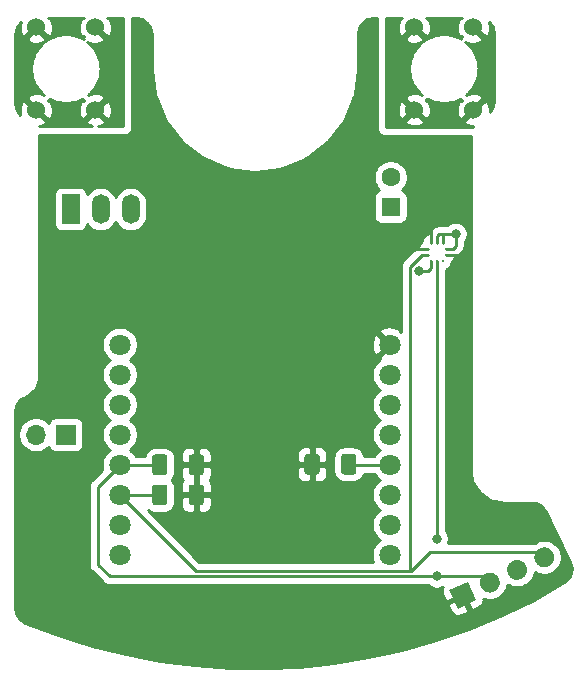
<source format=gtl>
%TF.GenerationSoftware,KiCad,Pcbnew,(5.1.9-0-10_14)*%
%TF.CreationDate,2024-02-01T11:15:19+01:00*%
%TF.ProjectId,masthead,6d617374-6865-4616-942e-6b696361645f,rev?*%
%TF.SameCoordinates,Original*%
%TF.FileFunction,Copper,L1,Top*%
%TF.FilePolarity,Positive*%
%FSLAX46Y46*%
G04 Gerber Fmt 4.6, Leading zero omitted, Abs format (unit mm)*
G04 Created by KiCad (PCBNEW (5.1.9-0-10_14)) date 2024-02-01 11:15:19*
%MOMM*%
%LPD*%
G01*
G04 APERTURE LIST*
%TA.AperFunction,SMDPad,CuDef*%
%ADD10R,0.275000X0.250000*%
%TD*%
%TA.AperFunction,SMDPad,CuDef*%
%ADD11R,0.250000X0.275000*%
%TD*%
%TA.AperFunction,ComponentPad*%
%ADD12O,1.700000X1.700000*%
%TD*%
%TA.AperFunction,ComponentPad*%
%ADD13R,1.700000X1.700000*%
%TD*%
%TA.AperFunction,ComponentPad*%
%ADD14C,0.100000*%
%TD*%
%TA.AperFunction,ComponentPad*%
%ADD15C,1.524000*%
%TD*%
%TA.AperFunction,ComponentPad*%
%ADD16O,1.500000X2.500000*%
%TD*%
%TA.AperFunction,ComponentPad*%
%ADD17R,1.500000X2.500000*%
%TD*%
%TA.AperFunction,ComponentPad*%
%ADD18C,1.600000*%
%TD*%
%TA.AperFunction,ComponentPad*%
%ADD19R,1.600000X1.600000*%
%TD*%
%TA.AperFunction,ComponentPad*%
%ADD20C,1.800000*%
%TD*%
%TA.AperFunction,ViaPad*%
%ADD21C,0.800000*%
%TD*%
%TA.AperFunction,Conductor*%
%ADD22C,0.250000*%
%TD*%
%TA.AperFunction,Conductor*%
%ADD23C,0.254000*%
%TD*%
%TA.AperFunction,Conductor*%
%ADD24C,0.100000*%
%TD*%
G04 APERTURE END LIST*
D10*
%TO.P,U3,6*%
%TO.N,+3V3*%
X16165000Y-15750000D03*
%TO.P,U3,7*%
%TO.N,GND*%
X16165000Y-15250000D03*
%TO.P,U3,2*%
%TO.N,Net-(R3-Pad2)*%
X14635000Y-15750000D03*
%TO.P,U3,1*%
%TO.N,+3V3*%
X14635000Y-15250000D03*
D11*
%TO.P,U3,5*%
%TO.N,Net-(U3-Pad5)*%
X15900000Y-16262500D03*
%TO.P,U3,3*%
%TO.N,GND*%
X14900000Y-16262500D03*
%TO.P,U3,4*%
%TO.N,Net-(R2-Pad2)*%
X15400000Y-16262500D03*
%TO.P,U3,8*%
%TO.N,GND*%
X15900000Y-14737500D03*
%TO.P,U3,10*%
%TO.N,+3V3*%
X14900000Y-14737500D03*
%TO.P,U3,9*%
%TO.N,GND*%
X15400000Y-14737500D03*
%TD*%
D12*
%TO.P,SW1,2*%
%TO.N,GND*%
X-18540000Y-31000000D03*
D13*
%TO.P,SW1,1*%
%TO.N,Net-(R1-Pad2)*%
X-16000000Y-31000000D03*
%TD*%
%TO.P,RH1,4*%
%TO.N,Net-(R3-Pad2)*%
%TA.AperFunction,ComponentPad*%
G36*
G01*
X24865291Y-42150011D02*
X24865291Y-42150011D01*
G75*
G02*
X23735703Y-41738875I-359226J770362D01*
G01*
X23735703Y-41738875D01*
G75*
G02*
X24146839Y-40609287I770362J359226D01*
G01*
X24146839Y-40609287D01*
G75*
G02*
X25276427Y-41020423I359226J-770362D01*
G01*
X25276427Y-41020423D01*
G75*
G02*
X24865291Y-42150011I-770362J-359226D01*
G01*
G37*
%TD.AperFunction*%
%TO.P,RH1,3*%
%TO.N,GND*%
%TA.AperFunction,ComponentPad*%
G36*
G01*
X22563270Y-43223461D02*
X22563270Y-43223461D01*
G75*
G02*
X21433682Y-42812325I-359226J770362D01*
G01*
X21433682Y-42812325D01*
G75*
G02*
X21844818Y-41682737I770362J359226D01*
G01*
X21844818Y-41682737D01*
G75*
G02*
X22974406Y-42093873I359226J-770362D01*
G01*
X22974406Y-42093873D01*
G75*
G02*
X22563270Y-43223461I-770362J-359226D01*
G01*
G37*
%TD.AperFunction*%
%TO.P,RH1,2*%
%TO.N,Net-(R2-Pad2)*%
%TA.AperFunction,ComponentPad*%
G36*
G01*
X20261248Y-44296912D02*
X20261248Y-44296912D01*
G75*
G02*
X19131660Y-43885776I-359226J770362D01*
G01*
X19131660Y-43885776D01*
G75*
G02*
X19542796Y-42756188I770362J359226D01*
G01*
X19542796Y-42756188D01*
G75*
G02*
X20672384Y-43167324I359226J-770362D01*
G01*
X20672384Y-43167324D01*
G75*
G02*
X20261248Y-44296912I-770362J-359226D01*
G01*
G37*
%TD.AperFunction*%
%TA.AperFunction,ComponentPad*%
D14*
%TO.P,RH1,1*%
%TO.N,+3V3*%
G36*
X18729587Y-45011136D02*
G01*
X17188864Y-45729587D01*
X16470413Y-44188864D01*
X18011136Y-43470413D01*
X18729587Y-45011136D01*
G37*
%TD.AperFunction*%
%TD*%
D15*
%TO.P,J2,1*%
%TO.N,GND*%
X18500000Y3500000D03*
X13500000Y3500000D03*
X18500000Y-3500000D03*
X13500000Y-3500000D03*
%TD*%
%TO.P,J1,1*%
%TO.N,Net-(J1-Pad1)*%
X-13500000Y3500000D03*
X-18500000Y3500000D03*
X-13500000Y-3500000D03*
X-18500000Y-3500000D03*
%TD*%
D16*
%TO.P,U1,3*%
%TO.N,+5V*%
X-10520000Y-11900000D03*
%TO.P,U1,2*%
%TO.N,GND*%
X-13060000Y-11900000D03*
D17*
%TO.P,U1,1*%
%TO.N,Net-(J1-Pad1)*%
X-15600000Y-11900000D03*
%TD*%
D18*
%TO.P,C1,2*%
%TO.N,GND*%
X11500000Y-9200000D03*
D19*
%TO.P,C1,1*%
%TO.N,+5V*%
X11500000Y-11700000D03*
%TD*%
D20*
%TO.P,U2,9*%
%TO.N,Net-(U2-Pad9)*%
X11430000Y-41160000D03*
%TO.P,U2,10*%
%TO.N,Net-(U2-Pad10)*%
X11430000Y-38620000D03*
%TO.P,U2,11*%
%TO.N,Net-(U2-Pad11)*%
X11430000Y-36080000D03*
%TO.P,U2,12*%
%TO.N,Net-(R1-Pad2)*%
X11430000Y-33540000D03*
%TO.P,U2,13*%
%TO.N,Net-(U2-Pad13)*%
X11430000Y-31000000D03*
%TO.P,U2,14*%
%TO.N,Net-(U2-Pad14)*%
X11430000Y-28460000D03*
%TO.P,U2,15*%
%TO.N,Net-(U2-Pad15)*%
X11430000Y-25920000D03*
%TO.P,U2,16*%
%TO.N,+3V3*%
X11430000Y-23380000D03*
%TO.P,U2,1*%
%TO.N,+5V*%
X-11430000Y-23380000D03*
%TO.P,U2,2*%
%TO.N,GND*%
X-11430000Y-25920000D03*
%TO.P,U2,3*%
%TO.N,Net-(U2-Pad3)*%
X-11430000Y-28460000D03*
%TO.P,U2,4*%
%TO.N,Net-(U2-Pad4)*%
X-11430000Y-31000000D03*
%TO.P,U2,5*%
%TO.N,Net-(R2-Pad2)*%
X-11430000Y-33540000D03*
%TO.P,U2,6*%
%TO.N,Net-(R3-Pad2)*%
X-11430000Y-36080000D03*
%TO.P,U2,7*%
%TO.N,Net-(U2-Pad7)*%
X-11430000Y-38620000D03*
%TO.P,U2,8*%
%TO.N,Net-(U2-Pad8)*%
X-11430000Y-41160000D03*
%TD*%
%TO.P,R3,2*%
%TO.N,Net-(R3-Pad2)*%
%TA.AperFunction,SMDPad,CuDef*%
G36*
G01*
X-7400000Y-35474999D02*
X-7400000Y-36725001D01*
G75*
G02*
X-7649999Y-36975000I-249999J0D01*
G01*
X-8450001Y-36975000D01*
G75*
G02*
X-8700000Y-36725001I0J249999D01*
G01*
X-8700000Y-35474999D01*
G75*
G02*
X-8450001Y-35225000I249999J0D01*
G01*
X-7649999Y-35225000D01*
G75*
G02*
X-7400000Y-35474999I0J-249999D01*
G01*
G37*
%TD.AperFunction*%
%TO.P,R3,1*%
%TO.N,+3V3*%
%TA.AperFunction,SMDPad,CuDef*%
G36*
G01*
X-4300000Y-35474999D02*
X-4300000Y-36725001D01*
G75*
G02*
X-4549999Y-36975000I-249999J0D01*
G01*
X-5350001Y-36975000D01*
G75*
G02*
X-5600000Y-36725001I0J249999D01*
G01*
X-5600000Y-35474999D01*
G75*
G02*
X-5350001Y-35225000I249999J0D01*
G01*
X-4549999Y-35225000D01*
G75*
G02*
X-4300000Y-35474999I0J-249999D01*
G01*
G37*
%TD.AperFunction*%
%TD*%
%TO.P,R2,2*%
%TO.N,Net-(R2-Pad2)*%
%TA.AperFunction,SMDPad,CuDef*%
G36*
G01*
X-7400000Y-32924999D02*
X-7400000Y-34175001D01*
G75*
G02*
X-7649999Y-34425000I-249999J0D01*
G01*
X-8450001Y-34425000D01*
G75*
G02*
X-8700000Y-34175001I0J249999D01*
G01*
X-8700000Y-32924999D01*
G75*
G02*
X-8450001Y-32675000I249999J0D01*
G01*
X-7649999Y-32675000D01*
G75*
G02*
X-7400000Y-32924999I0J-249999D01*
G01*
G37*
%TD.AperFunction*%
%TO.P,R2,1*%
%TO.N,+3V3*%
%TA.AperFunction,SMDPad,CuDef*%
G36*
G01*
X-4300000Y-32924999D02*
X-4300000Y-34175001D01*
G75*
G02*
X-4549999Y-34425000I-249999J0D01*
G01*
X-5350001Y-34425000D01*
G75*
G02*
X-5600000Y-34175001I0J249999D01*
G01*
X-5600000Y-32924999D01*
G75*
G02*
X-5350001Y-32675000I249999J0D01*
G01*
X-4549999Y-32675000D01*
G75*
G02*
X-4300000Y-32924999I0J-249999D01*
G01*
G37*
%TD.AperFunction*%
%TD*%
%TO.P,R1,2*%
%TO.N,Net-(R1-Pad2)*%
%TA.AperFunction,SMDPad,CuDef*%
G36*
G01*
X7300000Y-34125001D02*
X7300000Y-32874999D01*
G75*
G02*
X7549999Y-32625000I249999J0D01*
G01*
X8350001Y-32625000D01*
G75*
G02*
X8600000Y-32874999I0J-249999D01*
G01*
X8600000Y-34125001D01*
G75*
G02*
X8350001Y-34375000I-249999J0D01*
G01*
X7549999Y-34375000D01*
G75*
G02*
X7300000Y-34125001I0J249999D01*
G01*
G37*
%TD.AperFunction*%
%TO.P,R1,1*%
%TO.N,+3V3*%
%TA.AperFunction,SMDPad,CuDef*%
G36*
G01*
X4200000Y-34125001D02*
X4200000Y-32874999D01*
G75*
G02*
X4449999Y-32625000I249999J0D01*
G01*
X5250001Y-32625000D01*
G75*
G02*
X5500000Y-32874999I0J-249999D01*
G01*
X5500000Y-34125001D01*
G75*
G02*
X5250001Y-34375000I-249999J0D01*
G01*
X4449999Y-34375000D01*
G75*
G02*
X4200000Y-34125001I0J249999D01*
G01*
G37*
%TD.AperFunction*%
%TD*%
D21*
%TO.N,GND*%
X17000000Y-14000000D03*
X13900000Y-17100000D03*
%TO.N,Net-(R2-Pad2)*%
X15400000Y-39800000D03*
X15400000Y-43000000D03*
%TD*%
D22*
%TO.N,GND*%
X16165000Y-15250000D02*
X16750000Y-15250000D01*
X17000000Y-15000000D02*
X17000000Y-14000000D01*
X16750000Y-15250000D02*
X17000000Y-15000000D01*
X15400000Y-14737500D02*
X15400000Y-14200000D01*
X15400000Y-14200000D02*
X15600000Y-14000000D01*
X15900000Y-14100000D02*
X15800000Y-14000000D01*
X15900000Y-14737500D02*
X15900000Y-14100000D01*
X15800000Y-14000000D02*
X17000000Y-14000000D01*
X15600000Y-14000000D02*
X15800000Y-14000000D01*
X13900000Y-17100000D02*
X14700000Y-17100000D01*
X14900000Y-16900000D02*
X14900000Y-16262500D01*
X14700000Y-17100000D02*
X14900000Y-16900000D01*
%TO.N,+3V3*%
X14635000Y-15250000D02*
X13050000Y-15250000D01*
X16165000Y-15750000D02*
X17950000Y-15750000D01*
X14900000Y-14737500D02*
X14900000Y-13000000D01*
%TO.N,Net-(R1-Pad2)*%
X7990000Y-33540000D02*
X7950000Y-33500000D01*
X11430000Y-33540000D02*
X7990000Y-33540000D01*
%TO.N,Net-(R2-Pad2)*%
X-9050000Y-33550000D02*
X-8050000Y-33550000D01*
X-11420000Y-33550000D02*
X-11430000Y-33540000D01*
X-8050000Y-33550000D02*
X-11420000Y-33550000D01*
X-11430000Y-33540000D02*
X-11430000Y-33570000D01*
X-13300000Y-35410000D02*
X-11430000Y-33540000D01*
X-13300000Y-42000000D02*
X-13300000Y-35410000D01*
X-12300000Y-43000000D02*
X-13300000Y-42000000D01*
X14300000Y-43000000D02*
X-12300000Y-43000000D01*
X19375472Y-43000000D02*
X19902022Y-43526550D01*
X14300000Y-43000000D02*
X19375472Y-43000000D01*
X15400000Y-16262500D02*
X15400000Y-22900000D01*
X15400000Y-22900000D02*
X15400000Y-32900000D01*
X15400000Y-32900000D02*
X15400000Y-39800000D01*
X15400000Y-39800000D02*
X15400000Y-39800000D01*
%TO.N,Net-(R3-Pad2)*%
X24506065Y-41379649D02*
X24506065Y-41306065D01*
X24506065Y-41306065D02*
X24100000Y-40900000D01*
X14800000Y-40900000D02*
X13200000Y-42500000D01*
X-8070000Y-36080000D02*
X-8050000Y-36100000D01*
X-11430000Y-36080000D02*
X-8070000Y-36080000D01*
X-11430000Y-36080000D02*
X-11420000Y-36080000D01*
X-5000000Y-42500000D02*
X-2200000Y-42500000D01*
X-11420000Y-36080000D02*
X-5000000Y-42500000D01*
X-2200000Y-42500000D02*
X-2800000Y-42500000D01*
X15900000Y-40900000D02*
X14800000Y-40900000D01*
X24100000Y-40900000D02*
X15900000Y-40900000D01*
X13100000Y-22000000D02*
X13100000Y-42500000D01*
X14150000Y-15750000D02*
X13100000Y-16800000D01*
X13100000Y-42500000D02*
X-2200000Y-42500000D01*
X13100000Y-16800000D02*
X13100000Y-22000000D01*
X14635000Y-15750000D02*
X14150000Y-15750000D01*
X13200000Y-42500000D02*
X13100000Y-42500000D01*
%TO.N,Net-(U2-Pad13)*%
X11430000Y-31000000D02*
X11430000Y-30970000D01*
%TO.N,Net-(U2-Pad4)*%
X-11430000Y-31000000D02*
X-11400000Y-31000000D01*
%TD*%
D23*
%TO.N,Net-(J1-Pad1)*%
X-14705656Y4218980D02*
X-14822756Y3969952D01*
X-14889023Y3702865D01*
X-14901910Y3427983D01*
X-14860922Y3155867D01*
X-14767636Y2896977D01*
X-14705656Y2781020D01*
X-14465567Y2714041D01*
X-14581977Y2597631D01*
X-14501519Y2517173D01*
X-14528281Y2531518D01*
X-14570081Y2557443D01*
X-14625771Y2578329D01*
X-15128831Y2787393D01*
X-15183842Y2812384D01*
X-15230840Y2823392D01*
X-15277009Y2837456D01*
X-15337121Y2843448D01*
X-15839918Y2910153D01*
X-15851875Y2913780D01*
X-15900343Y2918554D01*
X-15948392Y2926437D01*
X-15995960Y2924832D01*
X-16043528Y2926437D01*
X-16091571Y2918554D01*
X-16140045Y2913780D01*
X-16152001Y2910153D01*
X-16654794Y2843448D01*
X-16714913Y2837456D01*
X-16761088Y2823390D01*
X-16808077Y2812384D01*
X-16863074Y2787399D01*
X-17366112Y2578343D01*
X-17421841Y2557443D01*
X-17463652Y2531511D01*
X-17506998Y2508277D01*
X-17552935Y2470487D01*
X-17780470Y2296316D01*
X-17714040Y2534435D01*
X-18500000Y3320395D01*
X-19285960Y2534435D01*
X-19218980Y2294344D01*
X-18969952Y2177244D01*
X-18702865Y2110977D01*
X-18427983Y2098090D01*
X-18155867Y2139078D01*
X-17896977Y2232364D01*
X-17787735Y2290755D01*
X-17985524Y2139353D01*
X-18034664Y2104214D01*
X-18067691Y2069022D01*
X-18102960Y2036066D01*
X-18138215Y1986989D01*
X-18477009Y1546376D01*
X-18515712Y1499120D01*
X-18538104Y1457127D01*
X-18563280Y1416731D01*
X-18584859Y1359570D01*
X-18797042Y845865D01*
X-18821912Y790804D01*
X-18832818Y743784D01*
X-18846782Y697584D01*
X-18852642Y637466D01*
X-18923117Y97267D01*
X-18932877Y38581D01*
X-18931325Y-10585D01*
X-18932877Y-59751D01*
X-18923117Y-118437D01*
X-18852642Y-658636D01*
X-18846782Y-718754D01*
X-18832818Y-764954D01*
X-18821912Y-811974D01*
X-18797042Y-867035D01*
X-18584859Y-1380740D01*
X-18563280Y-1437901D01*
X-18538104Y-1478297D01*
X-18515712Y-1520290D01*
X-18477009Y-1567546D01*
X-18138215Y-2008159D01*
X-18102960Y-2057236D01*
X-18067691Y-2090192D01*
X-18034664Y-2125384D01*
X-17985524Y-2160523D01*
X-17857977Y-2258157D01*
X-18030048Y-2177244D01*
X-18297135Y-2110977D01*
X-18572017Y-2098090D01*
X-18844133Y-2139078D01*
X-19103023Y-2232364D01*
X-19218980Y-2294344D01*
X-19285960Y-2534435D01*
X-18500000Y-3320395D01*
X-18485858Y-3306253D01*
X-18306253Y-3485858D01*
X-18320395Y-3500000D01*
X-17534435Y-4285960D01*
X-17294344Y-4218980D01*
X-17177244Y-3969952D01*
X-17110977Y-3702865D01*
X-17098090Y-3427983D01*
X-17139078Y-3155867D01*
X-17232364Y-2896977D01*
X-17294344Y-2781020D01*
X-17534433Y-2714041D01*
X-17418023Y-2597631D01*
X-17461864Y-2553790D01*
X-17421841Y-2578613D01*
X-17366112Y-2599513D01*
X-16863074Y-2808569D01*
X-16808077Y-2833554D01*
X-16761088Y-2844560D01*
X-16714913Y-2858626D01*
X-16654794Y-2864618D01*
X-16103794Y-2937719D01*
X-16043528Y-2947607D01*
X-15995960Y-2946002D01*
X-15948392Y-2947607D01*
X-15888109Y-2937716D01*
X-15337121Y-2864618D01*
X-15277009Y-2858626D01*
X-15230840Y-2844562D01*
X-15183842Y-2833554D01*
X-15128831Y-2808563D01*
X-14625771Y-2599499D01*
X-14570081Y-2578613D01*
X-14551328Y-2566982D01*
X-14581977Y-2597631D01*
X-14465567Y-2714041D01*
X-14705656Y-2781020D01*
X-14822756Y-3030048D01*
X-14889023Y-3297135D01*
X-14901910Y-3572017D01*
X-14860922Y-3844133D01*
X-14767636Y-4103023D01*
X-14705656Y-4218980D01*
X-14465565Y-4285960D01*
X-13679605Y-3500000D01*
X-13320395Y-3500000D01*
X-12534435Y-4285960D01*
X-12294344Y-4218980D01*
X-12177244Y-3969952D01*
X-12110977Y-3702865D01*
X-12098090Y-3427983D01*
X-12139078Y-3155867D01*
X-12232364Y-2896977D01*
X-12294344Y-2781020D01*
X-12534435Y-2714040D01*
X-13320395Y-3500000D01*
X-13679605Y-3500000D01*
X-13693748Y-3485858D01*
X-13514143Y-3306253D01*
X-13500000Y-3320395D01*
X-12714040Y-2534435D01*
X-12781020Y-2294344D01*
X-13030048Y-2177244D01*
X-13297135Y-2110977D01*
X-13572017Y-2098090D01*
X-13844133Y-2139078D01*
X-14097780Y-2230475D01*
X-14006397Y-2160524D01*
X-13957256Y-2125384D01*
X-13924229Y-2090192D01*
X-13888960Y-2057236D01*
X-13853706Y-2008160D01*
X-13514912Y-1567548D01*
X-13476208Y-1520291D01*
X-13453818Y-1478301D01*
X-13428640Y-1437902D01*
X-13407057Y-1380731D01*
X-13194874Y-867027D01*
X-13170008Y-811975D01*
X-13159104Y-764960D01*
X-13145138Y-718756D01*
X-13139277Y-658632D01*
X-13068802Y-118431D01*
X-13059043Y-59750D01*
X-13060595Y-10585D01*
X-13059043Y38580D01*
X-13068802Y97261D01*
X-13139277Y637462D01*
X-13145138Y697586D01*
X-13159104Y743790D01*
X-13170008Y790805D01*
X-13194874Y845857D01*
X-13407057Y1359561D01*
X-13428640Y1416732D01*
X-13453818Y1457131D01*
X-13476208Y1499121D01*
X-13514912Y1546378D01*
X-13853706Y1986990D01*
X-13888960Y2036066D01*
X-13924229Y2069022D01*
X-13957256Y2104214D01*
X-14006397Y2139354D01*
X-14192780Y2282024D01*
X-13969952Y2177244D01*
X-13702865Y2110977D01*
X-13427983Y2098090D01*
X-13155867Y2139078D01*
X-12896977Y2232364D01*
X-12781020Y2294344D01*
X-12714040Y2534435D01*
X-13500000Y3320395D01*
X-13514143Y3306253D01*
X-13693748Y3485858D01*
X-13679605Y3500000D01*
X-13693748Y3514143D01*
X-13514143Y3693748D01*
X-13500000Y3679605D01*
X-13485858Y3693748D01*
X-13306253Y3514143D01*
X-13320395Y3500000D01*
X-12534435Y2714040D01*
X-12294344Y2781020D01*
X-12177244Y3030048D01*
X-12110977Y3297135D01*
X-12098090Y3572017D01*
X-12139078Y3844133D01*
X-12232364Y4103023D01*
X-12294344Y4218980D01*
X-12503988Y4277466D01*
X-11127000Y4277466D01*
X-11127000Y-4873000D01*
X-13236052Y-4873000D01*
X-13155867Y-4860922D01*
X-12896977Y-4767636D01*
X-12781020Y-4705656D01*
X-12714040Y-4465565D01*
X-13500000Y-3679605D01*
X-14285960Y-4465565D01*
X-14218980Y-4705656D01*
X-13969952Y-4822756D01*
X-13767445Y-4873000D01*
X-18236052Y-4873000D01*
X-18155867Y-4860922D01*
X-17896977Y-4767636D01*
X-17781020Y-4705656D01*
X-17714040Y-4465565D01*
X-18500000Y-3679605D01*
X-18514143Y-3693748D01*
X-18693748Y-3514143D01*
X-18679605Y-3500000D01*
X-19465565Y-2714040D01*
X-19705656Y-2781020D01*
X-19822756Y-3030048D01*
X-19889023Y-3297135D01*
X-19901910Y-3572017D01*
X-19860922Y-3844133D01*
X-19840438Y-3900981D01*
X-20021835Y-3712940D01*
X-20191526Y-3373465D01*
X-20260960Y-2930309D01*
X-20260960Y2940077D01*
X-20151365Y3491050D01*
X-19880268Y3896775D01*
X-19833091Y3928298D01*
X-19889023Y3702865D01*
X-19901910Y3427983D01*
X-19860922Y3155867D01*
X-19767636Y2896977D01*
X-19705656Y2781020D01*
X-19465565Y2714040D01*
X-18679605Y3500000D01*
X-18693748Y3514143D01*
X-18514143Y3693748D01*
X-18500000Y3679605D01*
X-18485858Y3693748D01*
X-18306253Y3514143D01*
X-18320395Y3500000D01*
X-17534435Y2714040D01*
X-17294344Y2781020D01*
X-17177244Y3030048D01*
X-17110977Y3297135D01*
X-17098090Y3572017D01*
X-17139078Y3844133D01*
X-17232364Y4103023D01*
X-17294344Y4218980D01*
X-17503988Y4277466D01*
X-14496012Y4277466D01*
X-14705656Y4218980D01*
%TA.AperFunction,Conductor*%
D24*
G36*
X-14705656Y4218980D02*
G01*
X-14822756Y3969952D01*
X-14889023Y3702865D01*
X-14901910Y3427983D01*
X-14860922Y3155867D01*
X-14767636Y2896977D01*
X-14705656Y2781020D01*
X-14465567Y2714041D01*
X-14581977Y2597631D01*
X-14501519Y2517173D01*
X-14528281Y2531518D01*
X-14570081Y2557443D01*
X-14625771Y2578329D01*
X-15128831Y2787393D01*
X-15183842Y2812384D01*
X-15230840Y2823392D01*
X-15277009Y2837456D01*
X-15337121Y2843448D01*
X-15839918Y2910153D01*
X-15851875Y2913780D01*
X-15900343Y2918554D01*
X-15948392Y2926437D01*
X-15995960Y2924832D01*
X-16043528Y2926437D01*
X-16091571Y2918554D01*
X-16140045Y2913780D01*
X-16152001Y2910153D01*
X-16654794Y2843448D01*
X-16714913Y2837456D01*
X-16761088Y2823390D01*
X-16808077Y2812384D01*
X-16863074Y2787399D01*
X-17366112Y2578343D01*
X-17421841Y2557443D01*
X-17463652Y2531511D01*
X-17506998Y2508277D01*
X-17552935Y2470487D01*
X-17780470Y2296316D01*
X-17714040Y2534435D01*
X-18500000Y3320395D01*
X-19285960Y2534435D01*
X-19218980Y2294344D01*
X-18969952Y2177244D01*
X-18702865Y2110977D01*
X-18427983Y2098090D01*
X-18155867Y2139078D01*
X-17896977Y2232364D01*
X-17787735Y2290755D01*
X-17985524Y2139353D01*
X-18034664Y2104214D01*
X-18067691Y2069022D01*
X-18102960Y2036066D01*
X-18138215Y1986989D01*
X-18477009Y1546376D01*
X-18515712Y1499120D01*
X-18538104Y1457127D01*
X-18563280Y1416731D01*
X-18584859Y1359570D01*
X-18797042Y845865D01*
X-18821912Y790804D01*
X-18832818Y743784D01*
X-18846782Y697584D01*
X-18852642Y637466D01*
X-18923117Y97267D01*
X-18932877Y38581D01*
X-18931325Y-10585D01*
X-18932877Y-59751D01*
X-18923117Y-118437D01*
X-18852642Y-658636D01*
X-18846782Y-718754D01*
X-18832818Y-764954D01*
X-18821912Y-811974D01*
X-18797042Y-867035D01*
X-18584859Y-1380740D01*
X-18563280Y-1437901D01*
X-18538104Y-1478297D01*
X-18515712Y-1520290D01*
X-18477009Y-1567546D01*
X-18138215Y-2008159D01*
X-18102960Y-2057236D01*
X-18067691Y-2090192D01*
X-18034664Y-2125384D01*
X-17985524Y-2160523D01*
X-17857977Y-2258157D01*
X-18030048Y-2177244D01*
X-18297135Y-2110977D01*
X-18572017Y-2098090D01*
X-18844133Y-2139078D01*
X-19103023Y-2232364D01*
X-19218980Y-2294344D01*
X-19285960Y-2534435D01*
X-18500000Y-3320395D01*
X-18485858Y-3306253D01*
X-18306253Y-3485858D01*
X-18320395Y-3500000D01*
X-17534435Y-4285960D01*
X-17294344Y-4218980D01*
X-17177244Y-3969952D01*
X-17110977Y-3702865D01*
X-17098090Y-3427983D01*
X-17139078Y-3155867D01*
X-17232364Y-2896977D01*
X-17294344Y-2781020D01*
X-17534433Y-2714041D01*
X-17418023Y-2597631D01*
X-17461864Y-2553790D01*
X-17421841Y-2578613D01*
X-17366112Y-2599513D01*
X-16863074Y-2808569D01*
X-16808077Y-2833554D01*
X-16761088Y-2844560D01*
X-16714913Y-2858626D01*
X-16654794Y-2864618D01*
X-16103794Y-2937719D01*
X-16043528Y-2947607D01*
X-15995960Y-2946002D01*
X-15948392Y-2947607D01*
X-15888109Y-2937716D01*
X-15337121Y-2864618D01*
X-15277009Y-2858626D01*
X-15230840Y-2844562D01*
X-15183842Y-2833554D01*
X-15128831Y-2808563D01*
X-14625771Y-2599499D01*
X-14570081Y-2578613D01*
X-14551328Y-2566982D01*
X-14581977Y-2597631D01*
X-14465567Y-2714041D01*
X-14705656Y-2781020D01*
X-14822756Y-3030048D01*
X-14889023Y-3297135D01*
X-14901910Y-3572017D01*
X-14860922Y-3844133D01*
X-14767636Y-4103023D01*
X-14705656Y-4218980D01*
X-14465565Y-4285960D01*
X-13679605Y-3500000D01*
X-13320395Y-3500000D01*
X-12534435Y-4285960D01*
X-12294344Y-4218980D01*
X-12177244Y-3969952D01*
X-12110977Y-3702865D01*
X-12098090Y-3427983D01*
X-12139078Y-3155867D01*
X-12232364Y-2896977D01*
X-12294344Y-2781020D01*
X-12534435Y-2714040D01*
X-13320395Y-3500000D01*
X-13679605Y-3500000D01*
X-13693748Y-3485858D01*
X-13514143Y-3306253D01*
X-13500000Y-3320395D01*
X-12714040Y-2534435D01*
X-12781020Y-2294344D01*
X-13030048Y-2177244D01*
X-13297135Y-2110977D01*
X-13572017Y-2098090D01*
X-13844133Y-2139078D01*
X-14097780Y-2230475D01*
X-14006397Y-2160524D01*
X-13957256Y-2125384D01*
X-13924229Y-2090192D01*
X-13888960Y-2057236D01*
X-13853706Y-2008160D01*
X-13514912Y-1567548D01*
X-13476208Y-1520291D01*
X-13453818Y-1478301D01*
X-13428640Y-1437902D01*
X-13407057Y-1380731D01*
X-13194874Y-867027D01*
X-13170008Y-811975D01*
X-13159104Y-764960D01*
X-13145138Y-718756D01*
X-13139277Y-658632D01*
X-13068802Y-118431D01*
X-13059043Y-59750D01*
X-13060595Y-10585D01*
X-13059043Y38580D01*
X-13068802Y97261D01*
X-13139277Y637462D01*
X-13145138Y697586D01*
X-13159104Y743790D01*
X-13170008Y790805D01*
X-13194874Y845857D01*
X-13407057Y1359561D01*
X-13428640Y1416732D01*
X-13453818Y1457131D01*
X-13476208Y1499121D01*
X-13514912Y1546378D01*
X-13853706Y1986990D01*
X-13888960Y2036066D01*
X-13924229Y2069022D01*
X-13957256Y2104214D01*
X-14006397Y2139354D01*
X-14192780Y2282024D01*
X-13969952Y2177244D01*
X-13702865Y2110977D01*
X-13427983Y2098090D01*
X-13155867Y2139078D01*
X-12896977Y2232364D01*
X-12781020Y2294344D01*
X-12714040Y2534435D01*
X-13500000Y3320395D01*
X-13514143Y3306253D01*
X-13693748Y3485858D01*
X-13679605Y3500000D01*
X-13693748Y3514143D01*
X-13514143Y3693748D01*
X-13500000Y3679605D01*
X-13485858Y3693748D01*
X-13306253Y3514143D01*
X-13320395Y3500000D01*
X-12534435Y2714040D01*
X-12294344Y2781020D01*
X-12177244Y3030048D01*
X-12110977Y3297135D01*
X-12098090Y3572017D01*
X-12139078Y3844133D01*
X-12232364Y4103023D01*
X-12294344Y4218980D01*
X-12503988Y4277466D01*
X-11127000Y4277466D01*
X-11127000Y-4873000D01*
X-13236052Y-4873000D01*
X-13155867Y-4860922D01*
X-12896977Y-4767636D01*
X-12781020Y-4705656D01*
X-12714040Y-4465565D01*
X-13500000Y-3679605D01*
X-14285960Y-4465565D01*
X-14218980Y-4705656D01*
X-13969952Y-4822756D01*
X-13767445Y-4873000D01*
X-18236052Y-4873000D01*
X-18155867Y-4860922D01*
X-17896977Y-4767636D01*
X-17781020Y-4705656D01*
X-17714040Y-4465565D01*
X-18500000Y-3679605D01*
X-18514143Y-3693748D01*
X-18693748Y-3514143D01*
X-18679605Y-3500000D01*
X-19465565Y-2714040D01*
X-19705656Y-2781020D01*
X-19822756Y-3030048D01*
X-19889023Y-3297135D01*
X-19901910Y-3572017D01*
X-19860922Y-3844133D01*
X-19840438Y-3900981D01*
X-20021835Y-3712940D01*
X-20191526Y-3373465D01*
X-20260960Y-2930309D01*
X-20260960Y2940077D01*
X-20151365Y3491050D01*
X-19880268Y3896775D01*
X-19833091Y3928298D01*
X-19889023Y3702865D01*
X-19901910Y3427983D01*
X-19860922Y3155867D01*
X-19767636Y2896977D01*
X-19705656Y2781020D01*
X-19465565Y2714040D01*
X-18679605Y3500000D01*
X-18693748Y3514143D01*
X-18514143Y3693748D01*
X-18500000Y3679605D01*
X-18485858Y3693748D01*
X-18306253Y3514143D01*
X-18320395Y3500000D01*
X-17534435Y2714040D01*
X-17294344Y2781020D01*
X-17177244Y3030048D01*
X-17110977Y3297135D01*
X-17098090Y3572017D01*
X-17139078Y3844133D01*
X-17232364Y4103023D01*
X-17294344Y4218980D01*
X-17503988Y4277466D01*
X-14496012Y4277466D01*
X-14705656Y4218980D01*
G37*
%TD.AperFunction*%
%TD*%
D23*
%TO.N,GND*%
X12294344Y4218980D02*
X12177244Y3969952D01*
X12110977Y3702865D01*
X12098090Y3427983D01*
X12139078Y3155867D01*
X12232364Y2896977D01*
X12294344Y2781020D01*
X12534435Y2714040D01*
X13320395Y3500000D01*
X13306253Y3514143D01*
X13485858Y3693748D01*
X13500000Y3679605D01*
X13514143Y3693748D01*
X13693748Y3514143D01*
X13679605Y3500000D01*
X14465565Y2714040D01*
X14705656Y2781020D01*
X14822756Y3030048D01*
X14889023Y3297135D01*
X14901910Y3572017D01*
X14860922Y3844133D01*
X14767636Y4103023D01*
X14705656Y4218980D01*
X14496012Y4277466D01*
X17503988Y4277466D01*
X17294344Y4218980D01*
X17177244Y3969952D01*
X17110977Y3702865D01*
X17098090Y3427983D01*
X17139078Y3155867D01*
X17232364Y2896977D01*
X17294344Y2781020D01*
X17534433Y2714041D01*
X17418023Y2597631D01*
X17498435Y2517219D01*
X17471759Y2531518D01*
X17429959Y2557443D01*
X17374269Y2578329D01*
X16871209Y2787393D01*
X16816198Y2812384D01*
X16769200Y2823392D01*
X16723031Y2837456D01*
X16662919Y2843448D01*
X16160122Y2910153D01*
X16148165Y2913780D01*
X16099697Y2918554D01*
X16051648Y2926437D01*
X16004080Y2924832D01*
X15956512Y2926437D01*
X15908469Y2918554D01*
X15859995Y2913780D01*
X15848039Y2910153D01*
X15345246Y2843448D01*
X15285127Y2837456D01*
X15238952Y2823390D01*
X15191963Y2812384D01*
X15136966Y2787399D01*
X14633928Y2578343D01*
X14578199Y2557443D01*
X14536388Y2531511D01*
X14493042Y2508277D01*
X14447105Y2470487D01*
X14219519Y2296277D01*
X14285960Y2534435D01*
X13500000Y3320395D01*
X12714040Y2534435D01*
X12781020Y2294344D01*
X13030048Y2177244D01*
X13297135Y2110977D01*
X13572017Y2098090D01*
X13844133Y2139078D01*
X14103023Y2232364D01*
X14212398Y2290826D01*
X14014516Y2139353D01*
X13965376Y2104214D01*
X13932349Y2069022D01*
X13897080Y2036066D01*
X13861825Y1986989D01*
X13523031Y1546376D01*
X13484328Y1499120D01*
X13461936Y1457127D01*
X13436760Y1416731D01*
X13415181Y1359570D01*
X13202998Y845865D01*
X13178128Y790804D01*
X13167222Y743784D01*
X13153258Y697584D01*
X13147398Y637466D01*
X13076923Y97267D01*
X13067163Y38581D01*
X13068715Y-10585D01*
X13067163Y-59751D01*
X13076923Y-118437D01*
X13147398Y-658636D01*
X13153258Y-718754D01*
X13167222Y-764954D01*
X13178128Y-811974D01*
X13202998Y-867035D01*
X13415181Y-1380740D01*
X13436760Y-1437901D01*
X13461936Y-1478297D01*
X13484328Y-1520290D01*
X13523031Y-1567546D01*
X13861825Y-2008159D01*
X13897080Y-2057236D01*
X13932349Y-2090192D01*
X13965376Y-2125384D01*
X14014516Y-2160523D01*
X14142127Y-2258206D01*
X13969952Y-2177244D01*
X13702865Y-2110977D01*
X13427983Y-2098090D01*
X13155867Y-2139078D01*
X12896977Y-2232364D01*
X12781020Y-2294344D01*
X12714040Y-2534435D01*
X13500000Y-3320395D01*
X13514143Y-3306253D01*
X13693748Y-3485858D01*
X13679605Y-3500000D01*
X14465565Y-4285960D01*
X14705656Y-4218980D01*
X14822756Y-3969952D01*
X14889023Y-3702865D01*
X14901910Y-3427983D01*
X14860922Y-3155867D01*
X14767636Y-2896977D01*
X14705656Y-2781020D01*
X14465567Y-2714041D01*
X14581977Y-2597631D01*
X14538071Y-2553725D01*
X14578199Y-2578613D01*
X14633928Y-2599513D01*
X15136966Y-2808569D01*
X15191963Y-2833554D01*
X15238952Y-2844560D01*
X15285127Y-2858626D01*
X15345246Y-2864618D01*
X15896246Y-2937719D01*
X15956512Y-2947607D01*
X16004080Y-2946002D01*
X16051648Y-2947607D01*
X16111931Y-2937716D01*
X16662919Y-2864618D01*
X16723031Y-2858626D01*
X16769200Y-2844562D01*
X16816198Y-2833554D01*
X16871209Y-2808563D01*
X17374269Y-2599499D01*
X17429959Y-2578613D01*
X17448606Y-2567048D01*
X17418023Y-2597631D01*
X17534433Y-2714041D01*
X17294344Y-2781020D01*
X17177244Y-3030048D01*
X17110977Y-3297135D01*
X17098090Y-3572017D01*
X17139078Y-3844133D01*
X17232364Y-4103023D01*
X17294344Y-4218980D01*
X17534435Y-4285960D01*
X18320395Y-3500000D01*
X18306253Y-3485858D01*
X18485858Y-3306253D01*
X18500000Y-3320395D01*
X19285960Y-2534435D01*
X19218980Y-2294344D01*
X18969952Y-2177244D01*
X18702865Y-2110977D01*
X18427983Y-2098090D01*
X18155867Y-2139078D01*
X17902295Y-2230448D01*
X17993643Y-2160524D01*
X18042784Y-2125384D01*
X18075811Y-2090192D01*
X18111080Y-2057236D01*
X18146334Y-2008160D01*
X18485128Y-1567548D01*
X18523832Y-1520291D01*
X18546222Y-1478301D01*
X18571400Y-1437902D01*
X18592983Y-1380731D01*
X18805166Y-867027D01*
X18830032Y-811975D01*
X18840936Y-764960D01*
X18854902Y-718756D01*
X18860763Y-658632D01*
X18931238Y-118431D01*
X18940997Y-59750D01*
X18939445Y-10585D01*
X18940997Y38580D01*
X18931238Y97261D01*
X18860763Y637462D01*
X18854902Y697586D01*
X18840936Y743790D01*
X18830032Y790805D01*
X18805166Y845857D01*
X18592983Y1359561D01*
X18571400Y1416732D01*
X18546222Y1457131D01*
X18523832Y1499121D01*
X18485128Y1546378D01*
X18146334Y1986990D01*
X18111080Y2036066D01*
X18075811Y2069022D01*
X18042784Y2104214D01*
X17993643Y2139354D01*
X17807324Y2281975D01*
X18030048Y2177244D01*
X18297135Y2110977D01*
X18572017Y2098090D01*
X18844133Y2139078D01*
X19103023Y2232364D01*
X19218980Y2294344D01*
X19285960Y2534435D01*
X18500000Y3320395D01*
X18485858Y3306253D01*
X18306253Y3485858D01*
X18320395Y3500000D01*
X18306253Y3514143D01*
X18485858Y3693748D01*
X18500000Y3679605D01*
X18514143Y3693748D01*
X18693748Y3514143D01*
X18679605Y3500000D01*
X19465565Y2714040D01*
X19705656Y2781020D01*
X19822756Y3030048D01*
X19889023Y3297135D01*
X19901910Y3572017D01*
X19860922Y3844133D01*
X19827229Y3937639D01*
X19888389Y3896773D01*
X20159485Y3491050D01*
X20269081Y2940072D01*
X20269080Y-2748193D01*
X20199640Y-3191351D01*
X20029937Y-3530830D01*
X19890303Y-3675571D01*
X19901910Y-3427983D01*
X19860922Y-3155867D01*
X19767636Y-2896977D01*
X19705656Y-2781020D01*
X19465565Y-2714040D01*
X18679605Y-3500000D01*
X18693748Y-3514143D01*
X18514143Y-3693748D01*
X18500000Y-3679605D01*
X17714040Y-4465565D01*
X17781020Y-4705656D01*
X18030048Y-4822756D01*
X18297135Y-4889023D01*
X18467034Y-4896988D01*
X18448009Y-4956849D01*
X11127000Y-4956849D01*
X11127000Y-4465565D01*
X12714040Y-4465565D01*
X12781020Y-4705656D01*
X13030048Y-4822756D01*
X13297135Y-4889023D01*
X13572017Y-4901910D01*
X13844133Y-4860922D01*
X14103023Y-4767636D01*
X14218980Y-4705656D01*
X14285960Y-4465565D01*
X13500000Y-3679605D01*
X12714040Y-4465565D01*
X11127000Y-4465565D01*
X11127000Y-3572017D01*
X12098090Y-3572017D01*
X12139078Y-3844133D01*
X12232364Y-4103023D01*
X12294344Y-4218980D01*
X12534435Y-4285960D01*
X13320395Y-3500000D01*
X12534435Y-2714040D01*
X12294344Y-2781020D01*
X12177244Y-3030048D01*
X12110977Y-3297135D01*
X12098090Y-3572017D01*
X11127000Y-3572017D01*
X11127000Y4277466D01*
X12503988Y4277466D01*
X12294344Y4218980D01*
%TA.AperFunction,Conductor*%
D24*
G36*
X12294344Y4218980D02*
G01*
X12177244Y3969952D01*
X12110977Y3702865D01*
X12098090Y3427983D01*
X12139078Y3155867D01*
X12232364Y2896977D01*
X12294344Y2781020D01*
X12534435Y2714040D01*
X13320395Y3500000D01*
X13306253Y3514143D01*
X13485858Y3693748D01*
X13500000Y3679605D01*
X13514143Y3693748D01*
X13693748Y3514143D01*
X13679605Y3500000D01*
X14465565Y2714040D01*
X14705656Y2781020D01*
X14822756Y3030048D01*
X14889023Y3297135D01*
X14901910Y3572017D01*
X14860922Y3844133D01*
X14767636Y4103023D01*
X14705656Y4218980D01*
X14496012Y4277466D01*
X17503988Y4277466D01*
X17294344Y4218980D01*
X17177244Y3969952D01*
X17110977Y3702865D01*
X17098090Y3427983D01*
X17139078Y3155867D01*
X17232364Y2896977D01*
X17294344Y2781020D01*
X17534433Y2714041D01*
X17418023Y2597631D01*
X17498435Y2517219D01*
X17471759Y2531518D01*
X17429959Y2557443D01*
X17374269Y2578329D01*
X16871209Y2787393D01*
X16816198Y2812384D01*
X16769200Y2823392D01*
X16723031Y2837456D01*
X16662919Y2843448D01*
X16160122Y2910153D01*
X16148165Y2913780D01*
X16099697Y2918554D01*
X16051648Y2926437D01*
X16004080Y2924832D01*
X15956512Y2926437D01*
X15908469Y2918554D01*
X15859995Y2913780D01*
X15848039Y2910153D01*
X15345246Y2843448D01*
X15285127Y2837456D01*
X15238952Y2823390D01*
X15191963Y2812384D01*
X15136966Y2787399D01*
X14633928Y2578343D01*
X14578199Y2557443D01*
X14536388Y2531511D01*
X14493042Y2508277D01*
X14447105Y2470487D01*
X14219519Y2296277D01*
X14285960Y2534435D01*
X13500000Y3320395D01*
X12714040Y2534435D01*
X12781020Y2294344D01*
X13030048Y2177244D01*
X13297135Y2110977D01*
X13572017Y2098090D01*
X13844133Y2139078D01*
X14103023Y2232364D01*
X14212398Y2290826D01*
X14014516Y2139353D01*
X13965376Y2104214D01*
X13932349Y2069022D01*
X13897080Y2036066D01*
X13861825Y1986989D01*
X13523031Y1546376D01*
X13484328Y1499120D01*
X13461936Y1457127D01*
X13436760Y1416731D01*
X13415181Y1359570D01*
X13202998Y845865D01*
X13178128Y790804D01*
X13167222Y743784D01*
X13153258Y697584D01*
X13147398Y637466D01*
X13076923Y97267D01*
X13067163Y38581D01*
X13068715Y-10585D01*
X13067163Y-59751D01*
X13076923Y-118437D01*
X13147398Y-658636D01*
X13153258Y-718754D01*
X13167222Y-764954D01*
X13178128Y-811974D01*
X13202998Y-867035D01*
X13415181Y-1380740D01*
X13436760Y-1437901D01*
X13461936Y-1478297D01*
X13484328Y-1520290D01*
X13523031Y-1567546D01*
X13861825Y-2008159D01*
X13897080Y-2057236D01*
X13932349Y-2090192D01*
X13965376Y-2125384D01*
X14014516Y-2160523D01*
X14142127Y-2258206D01*
X13969952Y-2177244D01*
X13702865Y-2110977D01*
X13427983Y-2098090D01*
X13155867Y-2139078D01*
X12896977Y-2232364D01*
X12781020Y-2294344D01*
X12714040Y-2534435D01*
X13500000Y-3320395D01*
X13514143Y-3306253D01*
X13693748Y-3485858D01*
X13679605Y-3500000D01*
X14465565Y-4285960D01*
X14705656Y-4218980D01*
X14822756Y-3969952D01*
X14889023Y-3702865D01*
X14901910Y-3427983D01*
X14860922Y-3155867D01*
X14767636Y-2896977D01*
X14705656Y-2781020D01*
X14465567Y-2714041D01*
X14581977Y-2597631D01*
X14538071Y-2553725D01*
X14578199Y-2578613D01*
X14633928Y-2599513D01*
X15136966Y-2808569D01*
X15191963Y-2833554D01*
X15238952Y-2844560D01*
X15285127Y-2858626D01*
X15345246Y-2864618D01*
X15896246Y-2937719D01*
X15956512Y-2947607D01*
X16004080Y-2946002D01*
X16051648Y-2947607D01*
X16111931Y-2937716D01*
X16662919Y-2864618D01*
X16723031Y-2858626D01*
X16769200Y-2844562D01*
X16816198Y-2833554D01*
X16871209Y-2808563D01*
X17374269Y-2599499D01*
X17429959Y-2578613D01*
X17448606Y-2567048D01*
X17418023Y-2597631D01*
X17534433Y-2714041D01*
X17294344Y-2781020D01*
X17177244Y-3030048D01*
X17110977Y-3297135D01*
X17098090Y-3572017D01*
X17139078Y-3844133D01*
X17232364Y-4103023D01*
X17294344Y-4218980D01*
X17534435Y-4285960D01*
X18320395Y-3500000D01*
X18306253Y-3485858D01*
X18485858Y-3306253D01*
X18500000Y-3320395D01*
X19285960Y-2534435D01*
X19218980Y-2294344D01*
X18969952Y-2177244D01*
X18702865Y-2110977D01*
X18427983Y-2098090D01*
X18155867Y-2139078D01*
X17902295Y-2230448D01*
X17993643Y-2160524D01*
X18042784Y-2125384D01*
X18075811Y-2090192D01*
X18111080Y-2057236D01*
X18146334Y-2008160D01*
X18485128Y-1567548D01*
X18523832Y-1520291D01*
X18546222Y-1478301D01*
X18571400Y-1437902D01*
X18592983Y-1380731D01*
X18805166Y-867027D01*
X18830032Y-811975D01*
X18840936Y-764960D01*
X18854902Y-718756D01*
X18860763Y-658632D01*
X18931238Y-118431D01*
X18940997Y-59750D01*
X18939445Y-10585D01*
X18940997Y38580D01*
X18931238Y97261D01*
X18860763Y637462D01*
X18854902Y697586D01*
X18840936Y743790D01*
X18830032Y790805D01*
X18805166Y845857D01*
X18592983Y1359561D01*
X18571400Y1416732D01*
X18546222Y1457131D01*
X18523832Y1499121D01*
X18485128Y1546378D01*
X18146334Y1986990D01*
X18111080Y2036066D01*
X18075811Y2069022D01*
X18042784Y2104214D01*
X17993643Y2139354D01*
X17807324Y2281975D01*
X18030048Y2177244D01*
X18297135Y2110977D01*
X18572017Y2098090D01*
X18844133Y2139078D01*
X19103023Y2232364D01*
X19218980Y2294344D01*
X19285960Y2534435D01*
X18500000Y3320395D01*
X18485858Y3306253D01*
X18306253Y3485858D01*
X18320395Y3500000D01*
X18306253Y3514143D01*
X18485858Y3693748D01*
X18500000Y3679605D01*
X18514143Y3693748D01*
X18693748Y3514143D01*
X18679605Y3500000D01*
X19465565Y2714040D01*
X19705656Y2781020D01*
X19822756Y3030048D01*
X19889023Y3297135D01*
X19901910Y3572017D01*
X19860922Y3844133D01*
X19827229Y3937639D01*
X19888389Y3896773D01*
X20159485Y3491050D01*
X20269081Y2940072D01*
X20269080Y-2748193D01*
X20199640Y-3191351D01*
X20029937Y-3530830D01*
X19890303Y-3675571D01*
X19901910Y-3427983D01*
X19860922Y-3155867D01*
X19767636Y-2896977D01*
X19705656Y-2781020D01*
X19465565Y-2714040D01*
X18679605Y-3500000D01*
X18693748Y-3514143D01*
X18514143Y-3693748D01*
X18500000Y-3679605D01*
X17714040Y-4465565D01*
X17781020Y-4705656D01*
X18030048Y-4822756D01*
X18297135Y-4889023D01*
X18467034Y-4896988D01*
X18448009Y-4956849D01*
X11127000Y-4956849D01*
X11127000Y-4465565D01*
X12714040Y-4465565D01*
X12781020Y-4705656D01*
X13030048Y-4822756D01*
X13297135Y-4889023D01*
X13572017Y-4901910D01*
X13844133Y-4860922D01*
X14103023Y-4767636D01*
X14218980Y-4705656D01*
X14285960Y-4465565D01*
X13500000Y-3679605D01*
X12714040Y-4465565D01*
X11127000Y-4465565D01*
X11127000Y-3572017D01*
X12098090Y-3572017D01*
X12139078Y-3844133D01*
X12232364Y-4103023D01*
X12294344Y-4218980D01*
X12534435Y-4285960D01*
X13320395Y-3500000D01*
X12534435Y-2714040D01*
X12294344Y-2781020D01*
X12177244Y-3030048D01*
X12110977Y-3297135D01*
X12098090Y-3572017D01*
X11127000Y-3572017D01*
X11127000Y4277466D01*
X12503988Y4277466D01*
X12294344Y4218980D01*
G37*
%TD.AperFunction*%
%TD*%
D23*
%TO.N,+3V3*%
X-9517237Y4167871D02*
X-9111511Y3896773D01*
X-8840415Y3491050D01*
X-8730819Y2940072D01*
X-8730820Y97511D01*
X-8732559Y87277D01*
X-8730820Y25254D01*
X-8730820Y-589D01*
X-8729807Y-10874D01*
X-8729518Y-21182D01*
X-8726272Y-46762D01*
X-8720185Y-108569D01*
X-8717169Y-118513D01*
X-8460350Y-2142616D01*
X-8454602Y-2203143D01*
X-8440860Y-2249023D01*
X-8430205Y-2295708D01*
X-8405381Y-2351187D01*
X-7625585Y-4252566D01*
X-7604771Y-4308691D01*
X-7579192Y-4350272D01*
X-7556324Y-4393419D01*
X-7518495Y-4439844D01*
X-6275364Y-6076286D01*
X-6240156Y-6125799D01*
X-6205338Y-6158649D01*
X-6172757Y-6193775D01*
X-6123479Y-6229450D01*
X-4468899Y-7508678D01*
X-4421424Y-7547688D01*
X-4379808Y-7569965D01*
X-4339801Y-7595046D01*
X-4282351Y-7616908D01*
X-2350592Y-8418454D01*
X-2295208Y-8443509D01*
X-2248566Y-8454356D01*
X-2202745Y-8468286D01*
X-2142246Y-8474282D01*
X-104613Y-8741330D01*
X-45560Y-8751126D01*
X3240Y-8749566D01*
X52040Y-8751135D01*
X111089Y-8741350D01*
X2148759Y-8474670D01*
X2209274Y-8468683D01*
X2255097Y-8454761D01*
X2301742Y-8443923D01*
X2357138Y-8418875D01*
X4289052Y-7617672D01*
X4346486Y-7595828D01*
X4386485Y-7570762D01*
X4428119Y-7548485D01*
X4475633Y-7509457D01*
X6130462Y-6230515D01*
X6179695Y-6194886D01*
X6212263Y-6159787D01*
X6247108Y-6126923D01*
X6282361Y-6077366D01*
X7525769Y-4441174D01*
X7563587Y-4394779D01*
X7586456Y-4351650D01*
X7612049Y-4310062D01*
X7632881Y-4253920D01*
X8413013Y-2352698D01*
X8437846Y-2297226D01*
X8448508Y-2250548D01*
X8462260Y-2204666D01*
X8468020Y-2144124D01*
X8725210Y-120016D01*
X8728245Y-110010D01*
X8734325Y-48276D01*
X8737568Y-22755D01*
X8737861Y-12377D01*
X8738880Y-2030D01*
X8738880Y23733D01*
X8740629Y85705D01*
X8738880Y96009D01*
X8738880Y2940077D01*
X8848475Y3491050D01*
X9119572Y3896775D01*
X9525296Y4167871D01*
X10076268Y4277466D01*
X10365000Y4277466D01*
X10365000Y-5083849D01*
X10377201Y-5207731D01*
X10413336Y-5326853D01*
X10472017Y-5436636D01*
X10550987Y-5532862D01*
X10647213Y-5611832D01*
X10756996Y-5670513D01*
X10876118Y-5706648D01*
X11000000Y-5718849D01*
X18269081Y-5718849D01*
X18269080Y-33974530D01*
X18265524Y-34010635D01*
X18269080Y-34046737D01*
X18269080Y-34046739D01*
X18279715Y-34154719D01*
X18290249Y-34189444D01*
X18428400Y-34883976D01*
X18431956Y-34920086D01*
X18470154Y-35046008D01*
X18473984Y-35058634D01*
X18542234Y-35186321D01*
X18565251Y-35214367D01*
X18958676Y-35803170D01*
X18975780Y-35835169D01*
X19001534Y-35866550D01*
X19067628Y-35947086D01*
X19179545Y-36038935D01*
X19211549Y-36056041D01*
X19800351Y-36449467D01*
X19828394Y-36472481D01*
X19860386Y-36489581D01*
X19860389Y-36489583D01*
X19956079Y-36540730D01*
X20094627Y-36582758D01*
X20130733Y-36586314D01*
X20825269Y-36724466D01*
X20859995Y-36735000D01*
X20967975Y-36745635D01*
X20967977Y-36745635D01*
X21004079Y-36749191D01*
X21040181Y-36745635D01*
X23427192Y-36745635D01*
X23832572Y-36803502D01*
X24150045Y-36946502D01*
X24416021Y-37171201D01*
X24643131Y-37511940D01*
X26687223Y-41785978D01*
X26825285Y-42306222D01*
X26775891Y-42753202D01*
X26571519Y-43153778D01*
X26178473Y-43505215D01*
X23600759Y-44957980D01*
X20906539Y-46272749D01*
X18153890Y-47420518D01*
X15350438Y-48400722D01*
X12503741Y-49212811D01*
X9621462Y-49856205D01*
X6711201Y-50330339D01*
X3780600Y-50634640D01*
X837278Y-50768536D01*
X-2111111Y-50731460D01*
X-5056961Y-50522843D01*
X-7992634Y-50142120D01*
X-10910481Y-49588730D01*
X-13802947Y-48862094D01*
X-16662421Y-47961636D01*
X-19440436Y-46902356D01*
X-19798164Y-46686741D01*
X-20041687Y-46416722D01*
X-20197548Y-46088209D01*
X-20260960Y-45664271D01*
X-20260960Y-45486566D01*
X16374896Y-45486566D01*
X16610574Y-45999248D01*
X16674294Y-46106886D01*
X16757789Y-46200024D01*
X16857850Y-46275082D01*
X16970630Y-46329179D01*
X17091798Y-46360233D01*
X17216696Y-46367052D01*
X17340524Y-46349374D01*
X17458525Y-46307877D01*
X17968611Y-46066630D01*
X18045396Y-45855663D01*
X17538571Y-44768774D01*
X16451682Y-45275599D01*
X16374896Y-45486566D01*
X-20260960Y-45486566D01*
X-20260960Y-35410000D01*
X-14063676Y-35410000D01*
X-14059999Y-35447332D01*
X-14060000Y-41962677D01*
X-14063676Y-42000000D01*
X-14060000Y-42037322D01*
X-14060000Y-42037332D01*
X-14049003Y-42148985D01*
X-14013814Y-42264988D01*
X-14005546Y-42292246D01*
X-13934974Y-42424276D01*
X-13895129Y-42472826D01*
X-13840001Y-42540001D01*
X-13810998Y-42563804D01*
X-12863800Y-43511002D01*
X-12840001Y-43540001D01*
X-12749003Y-43614681D01*
X-12724276Y-43634974D01*
X-12592247Y-43705546D01*
X-12448986Y-43749003D01*
X-12300000Y-43763677D01*
X-12262667Y-43760000D01*
X14696289Y-43760000D01*
X14740226Y-43803937D01*
X14909744Y-43917205D01*
X15098102Y-43995226D01*
X15298061Y-44035000D01*
X15501939Y-44035000D01*
X15701898Y-43995226D01*
X15890256Y-43917205D01*
X15899368Y-43911117D01*
X15870821Y-43970630D01*
X15839767Y-44091798D01*
X15832948Y-44216696D01*
X15850626Y-44340524D01*
X15892123Y-44458525D01*
X16133370Y-44968611D01*
X16344337Y-45045396D01*
X17431226Y-44538571D01*
X17422774Y-44520445D01*
X17652977Y-44413100D01*
X17661429Y-44431226D01*
X17679555Y-44422774D01*
X17786900Y-44652977D01*
X17768774Y-44661429D01*
X18275599Y-45748318D01*
X18486566Y-45825104D01*
X18999248Y-45589426D01*
X19106886Y-45525706D01*
X19200024Y-45442211D01*
X19275082Y-45342150D01*
X19329179Y-45229370D01*
X19360233Y-45108202D01*
X19367052Y-44983304D01*
X19356280Y-44907848D01*
X19468864Y-44954482D01*
X19755762Y-45011550D01*
X20048282Y-45011550D01*
X20335180Y-44954482D01*
X20605433Y-44842540D01*
X20848654Y-44680025D01*
X21055497Y-44473182D01*
X21218012Y-44229961D01*
X21329954Y-43959708D01*
X21383446Y-43690787D01*
X21500633Y-43769089D01*
X21770886Y-43881031D01*
X22057784Y-43938099D01*
X22350304Y-43938099D01*
X22637202Y-43881031D01*
X22907455Y-43769089D01*
X23150676Y-43606574D01*
X23357519Y-43399731D01*
X23520034Y-43156510D01*
X23631976Y-42886257D01*
X23685468Y-42617338D01*
X23802654Y-42695639D01*
X24072907Y-42807581D01*
X24359805Y-42864649D01*
X24652325Y-42864649D01*
X24939223Y-42807581D01*
X25209476Y-42695639D01*
X25452697Y-42533124D01*
X25659540Y-42326281D01*
X25822055Y-42083060D01*
X25933997Y-41812807D01*
X25991065Y-41525909D01*
X25991065Y-41233389D01*
X25933997Y-40946491D01*
X25822055Y-40676238D01*
X25659540Y-40433017D01*
X25452697Y-40226174D01*
X25209476Y-40063659D01*
X24939223Y-39951717D01*
X24652325Y-39894649D01*
X24359805Y-39894649D01*
X24072907Y-39951717D01*
X23802654Y-40063659D01*
X23688402Y-40140000D01*
X16379444Y-40140000D01*
X16395226Y-40101898D01*
X16435000Y-39901939D01*
X16435000Y-39698061D01*
X16395226Y-39498102D01*
X16317205Y-39309744D01*
X16203937Y-39140226D01*
X16160000Y-39096289D01*
X16160000Y-17022621D01*
X16269180Y-16989502D01*
X16379494Y-16930537D01*
X16476185Y-16851185D01*
X16555537Y-16754494D01*
X16614502Y-16644180D01*
X16650812Y-16524482D01*
X16663072Y-16400000D01*
X16663072Y-16398551D01*
X16736653Y-16342597D01*
X16819535Y-16248913D01*
X16882547Y-16140860D01*
X16923268Y-16022590D01*
X16927290Y-15990417D01*
X17042247Y-15955546D01*
X17174276Y-15884974D01*
X17290001Y-15790001D01*
X17313803Y-15760998D01*
X17511003Y-15563799D01*
X17540001Y-15540001D01*
X17634974Y-15424276D01*
X17705546Y-15292247D01*
X17749003Y-15148986D01*
X17760000Y-15037333D01*
X17760000Y-15037324D01*
X17763676Y-15000001D01*
X17760000Y-14962678D01*
X17760000Y-14703711D01*
X17803937Y-14659774D01*
X17917205Y-14490256D01*
X17995226Y-14301898D01*
X18035000Y-14101939D01*
X18035000Y-13898061D01*
X17995226Y-13698102D01*
X17917205Y-13509744D01*
X17803937Y-13340226D01*
X17659774Y-13196063D01*
X17490256Y-13082795D01*
X17301898Y-13004774D01*
X17101939Y-12965000D01*
X16898061Y-12965000D01*
X16698102Y-13004774D01*
X16509744Y-13082795D01*
X16340226Y-13196063D01*
X16296289Y-13240000D01*
X15837322Y-13240000D01*
X15800000Y-13236324D01*
X15762678Y-13240000D01*
X15637325Y-13240000D01*
X15600000Y-13236324D01*
X15562675Y-13240000D01*
X15562667Y-13240000D01*
X15451014Y-13250997D01*
X15307753Y-13294454D01*
X15175724Y-13365026D01*
X15059999Y-13459999D01*
X15036196Y-13489003D01*
X14888998Y-13636201D01*
X14860000Y-13659999D01*
X14836202Y-13688997D01*
X14836201Y-13688998D01*
X14765026Y-13775724D01*
X14724782Y-13851014D01*
X14694454Y-13907753D01*
X14674560Y-13973337D01*
X14627410Y-13979232D01*
X14509140Y-14019953D01*
X14401087Y-14082965D01*
X14307403Y-14165847D01*
X14231689Y-14265413D01*
X14176853Y-14377837D01*
X14145005Y-14498798D01*
X14140000Y-14568250D01*
X14157531Y-14585781D01*
X14063347Y-14657403D01*
X13980465Y-14751087D01*
X13917453Y-14859140D01*
X13876732Y-14977410D01*
X13868768Y-15041113D01*
X13857753Y-15044454D01*
X13725724Y-15115026D01*
X13609999Y-15209999D01*
X13586201Y-15238997D01*
X12589002Y-16236196D01*
X12559999Y-16259999D01*
X12505682Y-16326185D01*
X12465026Y-16375724D01*
X12449091Y-16405537D01*
X12394454Y-16507754D01*
X12350997Y-16651015D01*
X12340000Y-16762668D01*
X12340000Y-16762678D01*
X12336324Y-16800000D01*
X12340000Y-16837323D01*
X12340001Y-21962658D01*
X12340000Y-21962668D01*
X12340000Y-22290392D01*
X12314474Y-22315918D01*
X12230792Y-22061739D01*
X11958225Y-21930842D01*
X11665358Y-21855635D01*
X11363447Y-21839009D01*
X11064093Y-21881603D01*
X10778801Y-21981778D01*
X10629208Y-22061739D01*
X10545525Y-22315920D01*
X11430000Y-23200395D01*
X11444143Y-23186253D01*
X11623748Y-23365858D01*
X11609605Y-23380000D01*
X11623748Y-23394143D01*
X11444143Y-23573748D01*
X11430000Y-23559605D01*
X10545525Y-24444080D01*
X10605105Y-24625049D01*
X10451495Y-24727688D01*
X10237688Y-24941495D01*
X10069701Y-25192905D01*
X9953989Y-25472257D01*
X9895000Y-25768816D01*
X9895000Y-26071184D01*
X9953989Y-26367743D01*
X10069701Y-26647095D01*
X10237688Y-26898505D01*
X10451495Y-27112312D01*
X10567763Y-27190000D01*
X10451495Y-27267688D01*
X10237688Y-27481495D01*
X10069701Y-27732905D01*
X9953989Y-28012257D01*
X9895000Y-28308816D01*
X9895000Y-28611184D01*
X9953989Y-28907743D01*
X10069701Y-29187095D01*
X10237688Y-29438505D01*
X10451495Y-29652312D01*
X10567763Y-29730000D01*
X10451495Y-29807688D01*
X10237688Y-30021495D01*
X10069701Y-30272905D01*
X9953989Y-30552257D01*
X9895000Y-30848816D01*
X9895000Y-31151184D01*
X9953989Y-31447743D01*
X10069701Y-31727095D01*
X10237688Y-31978505D01*
X10451495Y-32192312D01*
X10567763Y-32270000D01*
X10451495Y-32347688D01*
X10237688Y-32561495D01*
X10091687Y-32780000D01*
X9228715Y-32780000D01*
X9221008Y-32701745D01*
X9170472Y-32535149D01*
X9088405Y-32381613D01*
X8977962Y-32247038D01*
X8843387Y-32136595D01*
X8689851Y-32054528D01*
X8523255Y-32003992D01*
X8350001Y-31986928D01*
X7549999Y-31986928D01*
X7376745Y-32003992D01*
X7210149Y-32054528D01*
X7056613Y-32136595D01*
X6922038Y-32247038D01*
X6811595Y-32381613D01*
X6729528Y-32535149D01*
X6678992Y-32701745D01*
X6661928Y-32874999D01*
X6661928Y-34125001D01*
X6678992Y-34298255D01*
X6729528Y-34464851D01*
X6811595Y-34618387D01*
X6922038Y-34752962D01*
X7056613Y-34863405D01*
X7210149Y-34945472D01*
X7376745Y-34996008D01*
X7549999Y-35013072D01*
X8350001Y-35013072D01*
X8523255Y-34996008D01*
X8689851Y-34945472D01*
X8843387Y-34863405D01*
X8977962Y-34752962D01*
X9088405Y-34618387D01*
X9170472Y-34464851D01*
X9220479Y-34300000D01*
X10091687Y-34300000D01*
X10237688Y-34518505D01*
X10451495Y-34732312D01*
X10567763Y-34810000D01*
X10451495Y-34887688D01*
X10237688Y-35101495D01*
X10069701Y-35352905D01*
X9953989Y-35632257D01*
X9895000Y-35928816D01*
X9895000Y-36231184D01*
X9953989Y-36527743D01*
X10069701Y-36807095D01*
X10237688Y-37058505D01*
X10451495Y-37272312D01*
X10567763Y-37350000D01*
X10451495Y-37427688D01*
X10237688Y-37641495D01*
X10069701Y-37892905D01*
X9953989Y-38172257D01*
X9895000Y-38468816D01*
X9895000Y-38771184D01*
X9953989Y-39067743D01*
X10069701Y-39347095D01*
X10237688Y-39598505D01*
X10451495Y-39812312D01*
X10567763Y-39890000D01*
X10451495Y-39967688D01*
X10237688Y-40181495D01*
X10069701Y-40432905D01*
X9953989Y-40712257D01*
X9895000Y-41008816D01*
X9895000Y-41311184D01*
X9953989Y-41607743D01*
X10008772Y-41740000D01*
X-4685198Y-41740000D01*
X-9046034Y-37379164D01*
X-8943387Y-37463405D01*
X-8789851Y-37545472D01*
X-8623255Y-37596008D01*
X-8450001Y-37613072D01*
X-7649999Y-37613072D01*
X-7476745Y-37596008D01*
X-7310149Y-37545472D01*
X-7156613Y-37463405D01*
X-7022038Y-37352962D01*
X-6911595Y-37218387D01*
X-6829528Y-37064851D01*
X-6802273Y-36975000D01*
X-6238072Y-36975000D01*
X-6225812Y-37099482D01*
X-6189502Y-37219180D01*
X-6130537Y-37329494D01*
X-6051185Y-37426185D01*
X-5954494Y-37505537D01*
X-5844180Y-37564502D01*
X-5724482Y-37600812D01*
X-5600000Y-37613072D01*
X-5235750Y-37610000D01*
X-5077000Y-37451250D01*
X-5077000Y-36227000D01*
X-4823000Y-36227000D01*
X-4823000Y-37451250D01*
X-4664250Y-37610000D01*
X-4300000Y-37613072D01*
X-4175518Y-37600812D01*
X-4055820Y-37564502D01*
X-3945506Y-37505537D01*
X-3848815Y-37426185D01*
X-3769463Y-37329494D01*
X-3710498Y-37219180D01*
X-3674188Y-37099482D01*
X-3661928Y-36975000D01*
X-3665000Y-36385750D01*
X-3823750Y-36227000D01*
X-4823000Y-36227000D01*
X-5077000Y-36227000D01*
X-6076250Y-36227000D01*
X-6235000Y-36385750D01*
X-6238072Y-36975000D01*
X-6802273Y-36975000D01*
X-6778992Y-36898255D01*
X-6761928Y-36725001D01*
X-6761928Y-35474999D01*
X-6778992Y-35301745D01*
X-6829528Y-35135149D01*
X-6911595Y-34981613D01*
X-7022038Y-34847038D01*
X-7048891Y-34825000D01*
X-7022038Y-34802962D01*
X-6911595Y-34668387D01*
X-6829528Y-34514851D01*
X-6802273Y-34425000D01*
X-6238072Y-34425000D01*
X-6225812Y-34549482D01*
X-6189502Y-34669180D01*
X-6130537Y-34779494D01*
X-6093191Y-34825000D01*
X-6130537Y-34870506D01*
X-6189502Y-34980820D01*
X-6225812Y-35100518D01*
X-6238072Y-35225000D01*
X-6235000Y-35814250D01*
X-6076250Y-35973000D01*
X-5077000Y-35973000D01*
X-5077000Y-33677000D01*
X-4823000Y-33677000D01*
X-4823000Y-35973000D01*
X-3823750Y-35973000D01*
X-3665000Y-35814250D01*
X-3661928Y-35225000D01*
X-3674188Y-35100518D01*
X-3710498Y-34980820D01*
X-3769463Y-34870506D01*
X-3806809Y-34825000D01*
X-3769463Y-34779494D01*
X-3710498Y-34669180D01*
X-3674188Y-34549482D01*
X-3661928Y-34425000D01*
X-3662188Y-34375000D01*
X3561928Y-34375000D01*
X3574188Y-34499482D01*
X3610498Y-34619180D01*
X3669463Y-34729494D01*
X3748815Y-34826185D01*
X3845506Y-34905537D01*
X3955820Y-34964502D01*
X4075518Y-35000812D01*
X4200000Y-35013072D01*
X4564250Y-35010000D01*
X4723000Y-34851250D01*
X4723000Y-33627000D01*
X4977000Y-33627000D01*
X4977000Y-34851250D01*
X5135750Y-35010000D01*
X5500000Y-35013072D01*
X5624482Y-35000812D01*
X5744180Y-34964502D01*
X5854494Y-34905537D01*
X5951185Y-34826185D01*
X6030537Y-34729494D01*
X6089502Y-34619180D01*
X6125812Y-34499482D01*
X6138072Y-34375000D01*
X6135000Y-33785750D01*
X5976250Y-33627000D01*
X4977000Y-33627000D01*
X4723000Y-33627000D01*
X3723750Y-33627000D01*
X3565000Y-33785750D01*
X3561928Y-34375000D01*
X-3662188Y-34375000D01*
X-3665000Y-33835750D01*
X-3823750Y-33677000D01*
X-4823000Y-33677000D01*
X-5077000Y-33677000D01*
X-6076250Y-33677000D01*
X-6235000Y-33835750D01*
X-6238072Y-34425000D01*
X-6802273Y-34425000D01*
X-6778992Y-34348255D01*
X-6761928Y-34175001D01*
X-6761928Y-32924999D01*
X-6778992Y-32751745D01*
X-6802272Y-32675000D01*
X-6238072Y-32675000D01*
X-6235000Y-33264250D01*
X-6076250Y-33423000D01*
X-5077000Y-33423000D01*
X-5077000Y-32198750D01*
X-4823000Y-32198750D01*
X-4823000Y-33423000D01*
X-3823750Y-33423000D01*
X-3665000Y-33264250D01*
X-3661928Y-32675000D01*
X-3666852Y-32625000D01*
X3561928Y-32625000D01*
X3565000Y-33214250D01*
X3723750Y-33373000D01*
X4723000Y-33373000D01*
X4723000Y-32148750D01*
X4977000Y-32148750D01*
X4977000Y-33373000D01*
X5976250Y-33373000D01*
X6135000Y-33214250D01*
X6138072Y-32625000D01*
X6125812Y-32500518D01*
X6089502Y-32380820D01*
X6030537Y-32270506D01*
X5951185Y-32173815D01*
X5854494Y-32094463D01*
X5744180Y-32035498D01*
X5624482Y-31999188D01*
X5500000Y-31986928D01*
X5135750Y-31990000D01*
X4977000Y-32148750D01*
X4723000Y-32148750D01*
X4564250Y-31990000D01*
X4200000Y-31986928D01*
X4075518Y-31999188D01*
X3955820Y-32035498D01*
X3845506Y-32094463D01*
X3748815Y-32173815D01*
X3669463Y-32270506D01*
X3610498Y-32380820D01*
X3574188Y-32500518D01*
X3561928Y-32625000D01*
X-3666852Y-32625000D01*
X-3674188Y-32550518D01*
X-3710498Y-32430820D01*
X-3769463Y-32320506D01*
X-3848815Y-32223815D01*
X-3945506Y-32144463D01*
X-4055820Y-32085498D01*
X-4175518Y-32049188D01*
X-4300000Y-32036928D01*
X-4664250Y-32040000D01*
X-4823000Y-32198750D01*
X-5077000Y-32198750D01*
X-5235750Y-32040000D01*
X-5600000Y-32036928D01*
X-5724482Y-32049188D01*
X-5844180Y-32085498D01*
X-5954494Y-32144463D01*
X-6051185Y-32223815D01*
X-6130537Y-32320506D01*
X-6189502Y-32430820D01*
X-6225812Y-32550518D01*
X-6238072Y-32675000D01*
X-6802272Y-32675000D01*
X-6829528Y-32585149D01*
X-6911595Y-32431613D01*
X-7022038Y-32297038D01*
X-7156613Y-32186595D01*
X-7310149Y-32104528D01*
X-7476745Y-32053992D01*
X-7649999Y-32036928D01*
X-8450001Y-32036928D01*
X-8623255Y-32053992D01*
X-8789851Y-32104528D01*
X-8943387Y-32186595D01*
X-9077962Y-32297038D01*
X-9188405Y-32431613D01*
X-9270472Y-32585149D01*
X-9321008Y-32751745D01*
X-9324776Y-32790000D01*
X-10085006Y-32790000D01*
X-10237688Y-32561495D01*
X-10451495Y-32347688D01*
X-10567763Y-32270000D01*
X-10451495Y-32192312D01*
X-10237688Y-31978505D01*
X-10069701Y-31727095D01*
X-9953989Y-31447743D01*
X-9895000Y-31151184D01*
X-9895000Y-30848816D01*
X-9953989Y-30552257D01*
X-10069701Y-30272905D01*
X-10237688Y-30021495D01*
X-10451495Y-29807688D01*
X-10567763Y-29730000D01*
X-10451495Y-29652312D01*
X-10237688Y-29438505D01*
X-10069701Y-29187095D01*
X-9953989Y-28907743D01*
X-9895000Y-28611184D01*
X-9895000Y-28308816D01*
X-9953989Y-28012257D01*
X-10069701Y-27732905D01*
X-10237688Y-27481495D01*
X-10451495Y-27267688D01*
X-10567763Y-27190000D01*
X-10451495Y-27112312D01*
X-10237688Y-26898505D01*
X-10069701Y-26647095D01*
X-9953989Y-26367743D01*
X-9895000Y-26071184D01*
X-9895000Y-25768816D01*
X-9953989Y-25472257D01*
X-10069701Y-25192905D01*
X-10237688Y-24941495D01*
X-10451495Y-24727688D01*
X-10567763Y-24650000D01*
X-10451495Y-24572312D01*
X-10237688Y-24358505D01*
X-10069701Y-24107095D01*
X-9953989Y-23827743D01*
X-9895000Y-23531184D01*
X-9895000Y-23446553D01*
X9889009Y-23446553D01*
X9931603Y-23745907D01*
X10031778Y-24031199D01*
X10111739Y-24180792D01*
X10365920Y-24264475D01*
X11250395Y-23380000D01*
X10365920Y-22495525D01*
X10111739Y-22579208D01*
X9980842Y-22851775D01*
X9905635Y-23144642D01*
X9889009Y-23446553D01*
X-9895000Y-23446553D01*
X-9895000Y-23228816D01*
X-9953989Y-22932257D01*
X-10069701Y-22652905D01*
X-10237688Y-22401495D01*
X-10451495Y-22187688D01*
X-10702905Y-22019701D01*
X-10982257Y-21903989D01*
X-11278816Y-21845000D01*
X-11581184Y-21845000D01*
X-11877743Y-21903989D01*
X-12157095Y-22019701D01*
X-12408505Y-22187688D01*
X-12622312Y-22401495D01*
X-12790299Y-22652905D01*
X-12906011Y-22932257D01*
X-12965000Y-23228816D01*
X-12965000Y-23531184D01*
X-12906011Y-23827743D01*
X-12790299Y-24107095D01*
X-12622312Y-24358505D01*
X-12408505Y-24572312D01*
X-12292237Y-24650000D01*
X-12408505Y-24727688D01*
X-12622312Y-24941495D01*
X-12790299Y-25192905D01*
X-12906011Y-25472257D01*
X-12965000Y-25768816D01*
X-12965000Y-26071184D01*
X-12906011Y-26367743D01*
X-12790299Y-26647095D01*
X-12622312Y-26898505D01*
X-12408505Y-27112312D01*
X-12292237Y-27190000D01*
X-12408505Y-27267688D01*
X-12622312Y-27481495D01*
X-12790299Y-27732905D01*
X-12906011Y-28012257D01*
X-12965000Y-28308816D01*
X-12965000Y-28611184D01*
X-12906011Y-28907743D01*
X-12790299Y-29187095D01*
X-12622312Y-29438505D01*
X-12408505Y-29652312D01*
X-12292237Y-29730000D01*
X-12408505Y-29807688D01*
X-12622312Y-30021495D01*
X-12790299Y-30272905D01*
X-12906011Y-30552257D01*
X-12965000Y-30848816D01*
X-12965000Y-31151184D01*
X-12906011Y-31447743D01*
X-12790299Y-31727095D01*
X-12622312Y-31978505D01*
X-12408505Y-32192312D01*
X-12292237Y-32270000D01*
X-12408505Y-32347688D01*
X-12622312Y-32561495D01*
X-12790299Y-32812905D01*
X-12906011Y-33092257D01*
X-12965000Y-33388816D01*
X-12965000Y-33691184D01*
X-12913731Y-33948930D01*
X-13811002Y-34846201D01*
X-13840000Y-34869999D01*
X-13863798Y-34898997D01*
X-13863799Y-34898998D01*
X-13934974Y-34985724D01*
X-14005546Y-35117754D01*
X-14026345Y-35186321D01*
X-14049002Y-35261014D01*
X-14052370Y-35295206D01*
X-14063676Y-35410000D01*
X-20260960Y-35410000D01*
X-20260960Y-30853740D01*
X-20025000Y-30853740D01*
X-20025000Y-31146260D01*
X-19967932Y-31433158D01*
X-19855990Y-31703411D01*
X-19693475Y-31946632D01*
X-19486632Y-32153475D01*
X-19243411Y-32315990D01*
X-18973158Y-32427932D01*
X-18686260Y-32485000D01*
X-18393740Y-32485000D01*
X-18106842Y-32427932D01*
X-17836589Y-32315990D01*
X-17593368Y-32153475D01*
X-17461513Y-32021620D01*
X-17439502Y-32094180D01*
X-17380537Y-32204494D01*
X-17301185Y-32301185D01*
X-17204494Y-32380537D01*
X-17094180Y-32439502D01*
X-16974482Y-32475812D01*
X-16850000Y-32488072D01*
X-15150000Y-32488072D01*
X-15025518Y-32475812D01*
X-14905820Y-32439502D01*
X-14795506Y-32380537D01*
X-14698815Y-32301185D01*
X-14619463Y-32204494D01*
X-14560498Y-32094180D01*
X-14524188Y-31974482D01*
X-14511928Y-31850000D01*
X-14511928Y-30150000D01*
X-14524188Y-30025518D01*
X-14560498Y-29905820D01*
X-14619463Y-29795506D01*
X-14698815Y-29698815D01*
X-14795506Y-29619463D01*
X-14905820Y-29560498D01*
X-15025518Y-29524188D01*
X-15150000Y-29511928D01*
X-16850000Y-29511928D01*
X-16974482Y-29524188D01*
X-17094180Y-29560498D01*
X-17204494Y-29619463D01*
X-17301185Y-29698815D01*
X-17380537Y-29795506D01*
X-17439502Y-29905820D01*
X-17461513Y-29978380D01*
X-17593368Y-29846525D01*
X-17836589Y-29684010D01*
X-18106842Y-29572068D01*
X-18393740Y-29515000D01*
X-18686260Y-29515000D01*
X-18973158Y-29572068D01*
X-19243411Y-29684010D01*
X-19486632Y-29846525D01*
X-19693475Y-30053368D01*
X-19855990Y-30296589D01*
X-19967932Y-30566842D01*
X-20025000Y-30853740D01*
X-20260960Y-30853740D01*
X-20260960Y-29044765D01*
X-20191524Y-28601616D01*
X-20021831Y-28262144D01*
X-19758338Y-27989002D01*
X-19359376Y-27773501D01*
X-19340572Y-27766572D01*
X-19295813Y-27739167D01*
X-19281552Y-27731464D01*
X-19265029Y-27720319D01*
X-19248037Y-27709915D01*
X-19235114Y-27700140D01*
X-19191600Y-27670789D01*
X-19177490Y-27656555D01*
X-18757113Y-27338591D01*
X-18718523Y-27313538D01*
X-18673615Y-27269802D01*
X-18627578Y-27227279D01*
X-18621819Y-27219359D01*
X-18614801Y-27212524D01*
X-18579290Y-27160870D01*
X-18542433Y-27110181D01*
X-18538329Y-27101287D01*
X-18532780Y-27093216D01*
X-18508037Y-27035647D01*
X-18481768Y-26978722D01*
X-18471008Y-26933980D01*
X-18315934Y-26446092D01*
X-18313623Y-26441768D01*
X-18294026Y-26377167D01*
X-18284555Y-26347368D01*
X-18283541Y-26342601D01*
X-18271595Y-26303220D01*
X-18268516Y-26271960D01*
X-18261982Y-26241239D01*
X-18261438Y-26200093D01*
X-18260960Y-26195240D01*
X-18260960Y-26163938D01*
X-18260068Y-26096470D01*
X-18260960Y-26091654D01*
X-18260960Y-10650000D01*
X-16988072Y-10650000D01*
X-16988072Y-13150000D01*
X-16975812Y-13274482D01*
X-16939502Y-13394180D01*
X-16880537Y-13504494D01*
X-16801185Y-13601185D01*
X-16704494Y-13680537D01*
X-16594180Y-13739502D01*
X-16474482Y-13775812D01*
X-16350000Y-13788072D01*
X-14850000Y-13788072D01*
X-14725518Y-13775812D01*
X-14605820Y-13739502D01*
X-14495506Y-13680537D01*
X-14398815Y-13601185D01*
X-14319463Y-13504494D01*
X-14260498Y-13394180D01*
X-14224188Y-13274482D01*
X-14214527Y-13176392D01*
X-14044080Y-13384081D01*
X-13833187Y-13557157D01*
X-13592580Y-13685764D01*
X-13331506Y-13764960D01*
X-13060000Y-13791701D01*
X-12788493Y-13764960D01*
X-12527419Y-13685764D01*
X-12286812Y-13557157D01*
X-12075919Y-13384081D01*
X-11902843Y-13173188D01*
X-11790000Y-12962073D01*
X-11677157Y-13173188D01*
X-11504080Y-13384081D01*
X-11293187Y-13557157D01*
X-11052580Y-13685764D01*
X-10791506Y-13764960D01*
X-10520000Y-13791701D01*
X-10248493Y-13764960D01*
X-9987419Y-13685764D01*
X-9746812Y-13557157D01*
X-9535919Y-13384081D01*
X-9362843Y-13173188D01*
X-9234236Y-12932581D01*
X-9155040Y-12671507D01*
X-9135000Y-12468037D01*
X-9135000Y-11331963D01*
X-9155040Y-11128493D01*
X-9224352Y-10900000D01*
X10061928Y-10900000D01*
X10061928Y-12500000D01*
X10074188Y-12624482D01*
X10110498Y-12744180D01*
X10169463Y-12854494D01*
X10248815Y-12951185D01*
X10345506Y-13030537D01*
X10455820Y-13089502D01*
X10575518Y-13125812D01*
X10700000Y-13138072D01*
X12300000Y-13138072D01*
X12424482Y-13125812D01*
X12544180Y-13089502D01*
X12654494Y-13030537D01*
X12751185Y-12951185D01*
X12830537Y-12854494D01*
X12889502Y-12744180D01*
X12925812Y-12624482D01*
X12938072Y-12500000D01*
X12938072Y-10900000D01*
X12925812Y-10775518D01*
X12889502Y-10655820D01*
X12830537Y-10545506D01*
X12751185Y-10448815D01*
X12654494Y-10369463D01*
X12544180Y-10310498D01*
X12448057Y-10281339D01*
X12614637Y-10114759D01*
X12771680Y-9879727D01*
X12879853Y-9618574D01*
X12935000Y-9341335D01*
X12935000Y-9058665D01*
X12879853Y-8781426D01*
X12771680Y-8520273D01*
X12614637Y-8285241D01*
X12414759Y-8085363D01*
X12179727Y-7928320D01*
X11918574Y-7820147D01*
X11641335Y-7765000D01*
X11358665Y-7765000D01*
X11081426Y-7820147D01*
X10820273Y-7928320D01*
X10585241Y-8085363D01*
X10385363Y-8285241D01*
X10228320Y-8520273D01*
X10120147Y-8781426D01*
X10065000Y-9058665D01*
X10065000Y-9341335D01*
X10120147Y-9618574D01*
X10228320Y-9879727D01*
X10385363Y-10114759D01*
X10551943Y-10281339D01*
X10455820Y-10310498D01*
X10345506Y-10369463D01*
X10248815Y-10448815D01*
X10169463Y-10545506D01*
X10110498Y-10655820D01*
X10074188Y-10775518D01*
X10061928Y-10900000D01*
X-9224352Y-10900000D01*
X-9234236Y-10867419D01*
X-9362843Y-10626812D01*
X-9535920Y-10415919D01*
X-9746813Y-10242843D01*
X-9987420Y-10114236D01*
X-10248494Y-10035040D01*
X-10520000Y-10008299D01*
X-10791507Y-10035040D01*
X-11052581Y-10114236D01*
X-11293188Y-10242843D01*
X-11504081Y-10415920D01*
X-11677157Y-10626813D01*
X-11790000Y-10837927D01*
X-11902843Y-10626812D01*
X-12075920Y-10415919D01*
X-12286813Y-10242843D01*
X-12527420Y-10114236D01*
X-12788494Y-10035040D01*
X-13060000Y-10008299D01*
X-13331507Y-10035040D01*
X-13592581Y-10114236D01*
X-13833188Y-10242843D01*
X-14044081Y-10415920D01*
X-14214527Y-10623609D01*
X-14224188Y-10525518D01*
X-14260498Y-10405820D01*
X-14319463Y-10295506D01*
X-14398815Y-10198815D01*
X-14495506Y-10119463D01*
X-14605820Y-10060498D01*
X-14725518Y-10024188D01*
X-14850000Y-10011928D01*
X-16350000Y-10011928D01*
X-16474482Y-10024188D01*
X-16594180Y-10060498D01*
X-16704494Y-10119463D01*
X-16801185Y-10198815D01*
X-16880537Y-10295506D01*
X-16939502Y-10405820D01*
X-16975812Y-10525518D01*
X-16988072Y-10650000D01*
X-18260960Y-10650000D01*
X-18260960Y-5883411D01*
X-18260067Y-5878589D01*
X-18260960Y-5811150D01*
X-18260960Y-5779830D01*
X-18261439Y-5774965D01*
X-18261984Y-5733819D01*
X-18268516Y-5703108D01*
X-18271595Y-5671850D01*
X-18282773Y-5635000D01*
X-11000000Y-5635000D01*
X-10876118Y-5622799D01*
X-10756996Y-5586664D01*
X-10647213Y-5527983D01*
X-10550987Y-5449013D01*
X-10472017Y-5352787D01*
X-10413336Y-5243004D01*
X-10377201Y-5123882D01*
X-10365000Y-5000000D01*
X-10365000Y4277466D01*
X-10068208Y4277466D01*
X-9517237Y4167871D01*
%TA.AperFunction,Conductor*%
D24*
G36*
X-9517237Y4167871D02*
G01*
X-9111511Y3896773D01*
X-8840415Y3491050D01*
X-8730819Y2940072D01*
X-8730820Y97511D01*
X-8732559Y87277D01*
X-8730820Y25254D01*
X-8730820Y-589D01*
X-8729807Y-10874D01*
X-8729518Y-21182D01*
X-8726272Y-46762D01*
X-8720185Y-108569D01*
X-8717169Y-118513D01*
X-8460350Y-2142616D01*
X-8454602Y-2203143D01*
X-8440860Y-2249023D01*
X-8430205Y-2295708D01*
X-8405381Y-2351187D01*
X-7625585Y-4252566D01*
X-7604771Y-4308691D01*
X-7579192Y-4350272D01*
X-7556324Y-4393419D01*
X-7518495Y-4439844D01*
X-6275364Y-6076286D01*
X-6240156Y-6125799D01*
X-6205338Y-6158649D01*
X-6172757Y-6193775D01*
X-6123479Y-6229450D01*
X-4468899Y-7508678D01*
X-4421424Y-7547688D01*
X-4379808Y-7569965D01*
X-4339801Y-7595046D01*
X-4282351Y-7616908D01*
X-2350592Y-8418454D01*
X-2295208Y-8443509D01*
X-2248566Y-8454356D01*
X-2202745Y-8468286D01*
X-2142246Y-8474282D01*
X-104613Y-8741330D01*
X-45560Y-8751126D01*
X3240Y-8749566D01*
X52040Y-8751135D01*
X111089Y-8741350D01*
X2148759Y-8474670D01*
X2209274Y-8468683D01*
X2255097Y-8454761D01*
X2301742Y-8443923D01*
X2357138Y-8418875D01*
X4289052Y-7617672D01*
X4346486Y-7595828D01*
X4386485Y-7570762D01*
X4428119Y-7548485D01*
X4475633Y-7509457D01*
X6130462Y-6230515D01*
X6179695Y-6194886D01*
X6212263Y-6159787D01*
X6247108Y-6126923D01*
X6282361Y-6077366D01*
X7525769Y-4441174D01*
X7563587Y-4394779D01*
X7586456Y-4351650D01*
X7612049Y-4310062D01*
X7632881Y-4253920D01*
X8413013Y-2352698D01*
X8437846Y-2297226D01*
X8448508Y-2250548D01*
X8462260Y-2204666D01*
X8468020Y-2144124D01*
X8725210Y-120016D01*
X8728245Y-110010D01*
X8734325Y-48276D01*
X8737568Y-22755D01*
X8737861Y-12377D01*
X8738880Y-2030D01*
X8738880Y23733D01*
X8740629Y85705D01*
X8738880Y96009D01*
X8738880Y2940077D01*
X8848475Y3491050D01*
X9119572Y3896775D01*
X9525296Y4167871D01*
X10076268Y4277466D01*
X10365000Y4277466D01*
X10365000Y-5083849D01*
X10377201Y-5207731D01*
X10413336Y-5326853D01*
X10472017Y-5436636D01*
X10550987Y-5532862D01*
X10647213Y-5611832D01*
X10756996Y-5670513D01*
X10876118Y-5706648D01*
X11000000Y-5718849D01*
X18269081Y-5718849D01*
X18269080Y-33974530D01*
X18265524Y-34010635D01*
X18269080Y-34046737D01*
X18269080Y-34046739D01*
X18279715Y-34154719D01*
X18290249Y-34189444D01*
X18428400Y-34883976D01*
X18431956Y-34920086D01*
X18470154Y-35046008D01*
X18473984Y-35058634D01*
X18542234Y-35186321D01*
X18565251Y-35214367D01*
X18958676Y-35803170D01*
X18975780Y-35835169D01*
X19001534Y-35866550D01*
X19067628Y-35947086D01*
X19179545Y-36038935D01*
X19211549Y-36056041D01*
X19800351Y-36449467D01*
X19828394Y-36472481D01*
X19860386Y-36489581D01*
X19860389Y-36489583D01*
X19956079Y-36540730D01*
X20094627Y-36582758D01*
X20130733Y-36586314D01*
X20825269Y-36724466D01*
X20859995Y-36735000D01*
X20967975Y-36745635D01*
X20967977Y-36745635D01*
X21004079Y-36749191D01*
X21040181Y-36745635D01*
X23427192Y-36745635D01*
X23832572Y-36803502D01*
X24150045Y-36946502D01*
X24416021Y-37171201D01*
X24643131Y-37511940D01*
X26687223Y-41785978D01*
X26825285Y-42306222D01*
X26775891Y-42753202D01*
X26571519Y-43153778D01*
X26178473Y-43505215D01*
X23600759Y-44957980D01*
X20906539Y-46272749D01*
X18153890Y-47420518D01*
X15350438Y-48400722D01*
X12503741Y-49212811D01*
X9621462Y-49856205D01*
X6711201Y-50330339D01*
X3780600Y-50634640D01*
X837278Y-50768536D01*
X-2111111Y-50731460D01*
X-5056961Y-50522843D01*
X-7992634Y-50142120D01*
X-10910481Y-49588730D01*
X-13802947Y-48862094D01*
X-16662421Y-47961636D01*
X-19440436Y-46902356D01*
X-19798164Y-46686741D01*
X-20041687Y-46416722D01*
X-20197548Y-46088209D01*
X-20260960Y-45664271D01*
X-20260960Y-45486566D01*
X16374896Y-45486566D01*
X16610574Y-45999248D01*
X16674294Y-46106886D01*
X16757789Y-46200024D01*
X16857850Y-46275082D01*
X16970630Y-46329179D01*
X17091798Y-46360233D01*
X17216696Y-46367052D01*
X17340524Y-46349374D01*
X17458525Y-46307877D01*
X17968611Y-46066630D01*
X18045396Y-45855663D01*
X17538571Y-44768774D01*
X16451682Y-45275599D01*
X16374896Y-45486566D01*
X-20260960Y-45486566D01*
X-20260960Y-35410000D01*
X-14063676Y-35410000D01*
X-14059999Y-35447332D01*
X-14060000Y-41962677D01*
X-14063676Y-42000000D01*
X-14060000Y-42037322D01*
X-14060000Y-42037332D01*
X-14049003Y-42148985D01*
X-14013814Y-42264988D01*
X-14005546Y-42292246D01*
X-13934974Y-42424276D01*
X-13895129Y-42472826D01*
X-13840001Y-42540001D01*
X-13810998Y-42563804D01*
X-12863800Y-43511002D01*
X-12840001Y-43540001D01*
X-12749003Y-43614681D01*
X-12724276Y-43634974D01*
X-12592247Y-43705546D01*
X-12448986Y-43749003D01*
X-12300000Y-43763677D01*
X-12262667Y-43760000D01*
X14696289Y-43760000D01*
X14740226Y-43803937D01*
X14909744Y-43917205D01*
X15098102Y-43995226D01*
X15298061Y-44035000D01*
X15501939Y-44035000D01*
X15701898Y-43995226D01*
X15890256Y-43917205D01*
X15899368Y-43911117D01*
X15870821Y-43970630D01*
X15839767Y-44091798D01*
X15832948Y-44216696D01*
X15850626Y-44340524D01*
X15892123Y-44458525D01*
X16133370Y-44968611D01*
X16344337Y-45045396D01*
X17431226Y-44538571D01*
X17422774Y-44520445D01*
X17652977Y-44413100D01*
X17661429Y-44431226D01*
X17679555Y-44422774D01*
X17786900Y-44652977D01*
X17768774Y-44661429D01*
X18275599Y-45748318D01*
X18486566Y-45825104D01*
X18999248Y-45589426D01*
X19106886Y-45525706D01*
X19200024Y-45442211D01*
X19275082Y-45342150D01*
X19329179Y-45229370D01*
X19360233Y-45108202D01*
X19367052Y-44983304D01*
X19356280Y-44907848D01*
X19468864Y-44954482D01*
X19755762Y-45011550D01*
X20048282Y-45011550D01*
X20335180Y-44954482D01*
X20605433Y-44842540D01*
X20848654Y-44680025D01*
X21055497Y-44473182D01*
X21218012Y-44229961D01*
X21329954Y-43959708D01*
X21383446Y-43690787D01*
X21500633Y-43769089D01*
X21770886Y-43881031D01*
X22057784Y-43938099D01*
X22350304Y-43938099D01*
X22637202Y-43881031D01*
X22907455Y-43769089D01*
X23150676Y-43606574D01*
X23357519Y-43399731D01*
X23520034Y-43156510D01*
X23631976Y-42886257D01*
X23685468Y-42617338D01*
X23802654Y-42695639D01*
X24072907Y-42807581D01*
X24359805Y-42864649D01*
X24652325Y-42864649D01*
X24939223Y-42807581D01*
X25209476Y-42695639D01*
X25452697Y-42533124D01*
X25659540Y-42326281D01*
X25822055Y-42083060D01*
X25933997Y-41812807D01*
X25991065Y-41525909D01*
X25991065Y-41233389D01*
X25933997Y-40946491D01*
X25822055Y-40676238D01*
X25659540Y-40433017D01*
X25452697Y-40226174D01*
X25209476Y-40063659D01*
X24939223Y-39951717D01*
X24652325Y-39894649D01*
X24359805Y-39894649D01*
X24072907Y-39951717D01*
X23802654Y-40063659D01*
X23688402Y-40140000D01*
X16379444Y-40140000D01*
X16395226Y-40101898D01*
X16435000Y-39901939D01*
X16435000Y-39698061D01*
X16395226Y-39498102D01*
X16317205Y-39309744D01*
X16203937Y-39140226D01*
X16160000Y-39096289D01*
X16160000Y-17022621D01*
X16269180Y-16989502D01*
X16379494Y-16930537D01*
X16476185Y-16851185D01*
X16555537Y-16754494D01*
X16614502Y-16644180D01*
X16650812Y-16524482D01*
X16663072Y-16400000D01*
X16663072Y-16398551D01*
X16736653Y-16342597D01*
X16819535Y-16248913D01*
X16882547Y-16140860D01*
X16923268Y-16022590D01*
X16927290Y-15990417D01*
X17042247Y-15955546D01*
X17174276Y-15884974D01*
X17290001Y-15790001D01*
X17313803Y-15760998D01*
X17511003Y-15563799D01*
X17540001Y-15540001D01*
X17634974Y-15424276D01*
X17705546Y-15292247D01*
X17749003Y-15148986D01*
X17760000Y-15037333D01*
X17760000Y-15037324D01*
X17763676Y-15000001D01*
X17760000Y-14962678D01*
X17760000Y-14703711D01*
X17803937Y-14659774D01*
X17917205Y-14490256D01*
X17995226Y-14301898D01*
X18035000Y-14101939D01*
X18035000Y-13898061D01*
X17995226Y-13698102D01*
X17917205Y-13509744D01*
X17803937Y-13340226D01*
X17659774Y-13196063D01*
X17490256Y-13082795D01*
X17301898Y-13004774D01*
X17101939Y-12965000D01*
X16898061Y-12965000D01*
X16698102Y-13004774D01*
X16509744Y-13082795D01*
X16340226Y-13196063D01*
X16296289Y-13240000D01*
X15837322Y-13240000D01*
X15800000Y-13236324D01*
X15762678Y-13240000D01*
X15637325Y-13240000D01*
X15600000Y-13236324D01*
X15562675Y-13240000D01*
X15562667Y-13240000D01*
X15451014Y-13250997D01*
X15307753Y-13294454D01*
X15175724Y-13365026D01*
X15059999Y-13459999D01*
X15036196Y-13489003D01*
X14888998Y-13636201D01*
X14860000Y-13659999D01*
X14836202Y-13688997D01*
X14836201Y-13688998D01*
X14765026Y-13775724D01*
X14724782Y-13851014D01*
X14694454Y-13907753D01*
X14674560Y-13973337D01*
X14627410Y-13979232D01*
X14509140Y-14019953D01*
X14401087Y-14082965D01*
X14307403Y-14165847D01*
X14231689Y-14265413D01*
X14176853Y-14377837D01*
X14145005Y-14498798D01*
X14140000Y-14568250D01*
X14157531Y-14585781D01*
X14063347Y-14657403D01*
X13980465Y-14751087D01*
X13917453Y-14859140D01*
X13876732Y-14977410D01*
X13868768Y-15041113D01*
X13857753Y-15044454D01*
X13725724Y-15115026D01*
X13609999Y-15209999D01*
X13586201Y-15238997D01*
X12589002Y-16236196D01*
X12559999Y-16259999D01*
X12505682Y-16326185D01*
X12465026Y-16375724D01*
X12449091Y-16405537D01*
X12394454Y-16507754D01*
X12350997Y-16651015D01*
X12340000Y-16762668D01*
X12340000Y-16762678D01*
X12336324Y-16800000D01*
X12340000Y-16837323D01*
X12340001Y-21962658D01*
X12340000Y-21962668D01*
X12340000Y-22290392D01*
X12314474Y-22315918D01*
X12230792Y-22061739D01*
X11958225Y-21930842D01*
X11665358Y-21855635D01*
X11363447Y-21839009D01*
X11064093Y-21881603D01*
X10778801Y-21981778D01*
X10629208Y-22061739D01*
X10545525Y-22315920D01*
X11430000Y-23200395D01*
X11444143Y-23186253D01*
X11623748Y-23365858D01*
X11609605Y-23380000D01*
X11623748Y-23394143D01*
X11444143Y-23573748D01*
X11430000Y-23559605D01*
X10545525Y-24444080D01*
X10605105Y-24625049D01*
X10451495Y-24727688D01*
X10237688Y-24941495D01*
X10069701Y-25192905D01*
X9953989Y-25472257D01*
X9895000Y-25768816D01*
X9895000Y-26071184D01*
X9953989Y-26367743D01*
X10069701Y-26647095D01*
X10237688Y-26898505D01*
X10451495Y-27112312D01*
X10567763Y-27190000D01*
X10451495Y-27267688D01*
X10237688Y-27481495D01*
X10069701Y-27732905D01*
X9953989Y-28012257D01*
X9895000Y-28308816D01*
X9895000Y-28611184D01*
X9953989Y-28907743D01*
X10069701Y-29187095D01*
X10237688Y-29438505D01*
X10451495Y-29652312D01*
X10567763Y-29730000D01*
X10451495Y-29807688D01*
X10237688Y-30021495D01*
X10069701Y-30272905D01*
X9953989Y-30552257D01*
X9895000Y-30848816D01*
X9895000Y-31151184D01*
X9953989Y-31447743D01*
X10069701Y-31727095D01*
X10237688Y-31978505D01*
X10451495Y-32192312D01*
X10567763Y-32270000D01*
X10451495Y-32347688D01*
X10237688Y-32561495D01*
X10091687Y-32780000D01*
X9228715Y-32780000D01*
X9221008Y-32701745D01*
X9170472Y-32535149D01*
X9088405Y-32381613D01*
X8977962Y-32247038D01*
X8843387Y-32136595D01*
X8689851Y-32054528D01*
X8523255Y-32003992D01*
X8350001Y-31986928D01*
X7549999Y-31986928D01*
X7376745Y-32003992D01*
X7210149Y-32054528D01*
X7056613Y-32136595D01*
X6922038Y-32247038D01*
X6811595Y-32381613D01*
X6729528Y-32535149D01*
X6678992Y-32701745D01*
X6661928Y-32874999D01*
X6661928Y-34125001D01*
X6678992Y-34298255D01*
X6729528Y-34464851D01*
X6811595Y-34618387D01*
X6922038Y-34752962D01*
X7056613Y-34863405D01*
X7210149Y-34945472D01*
X7376745Y-34996008D01*
X7549999Y-35013072D01*
X8350001Y-35013072D01*
X8523255Y-34996008D01*
X8689851Y-34945472D01*
X8843387Y-34863405D01*
X8977962Y-34752962D01*
X9088405Y-34618387D01*
X9170472Y-34464851D01*
X9220479Y-34300000D01*
X10091687Y-34300000D01*
X10237688Y-34518505D01*
X10451495Y-34732312D01*
X10567763Y-34810000D01*
X10451495Y-34887688D01*
X10237688Y-35101495D01*
X10069701Y-35352905D01*
X9953989Y-35632257D01*
X9895000Y-35928816D01*
X9895000Y-36231184D01*
X9953989Y-36527743D01*
X10069701Y-36807095D01*
X10237688Y-37058505D01*
X10451495Y-37272312D01*
X10567763Y-37350000D01*
X10451495Y-37427688D01*
X10237688Y-37641495D01*
X10069701Y-37892905D01*
X9953989Y-38172257D01*
X9895000Y-38468816D01*
X9895000Y-38771184D01*
X9953989Y-39067743D01*
X10069701Y-39347095D01*
X10237688Y-39598505D01*
X10451495Y-39812312D01*
X10567763Y-39890000D01*
X10451495Y-39967688D01*
X10237688Y-40181495D01*
X10069701Y-40432905D01*
X9953989Y-40712257D01*
X9895000Y-41008816D01*
X9895000Y-41311184D01*
X9953989Y-41607743D01*
X10008772Y-41740000D01*
X-4685198Y-41740000D01*
X-9046034Y-37379164D01*
X-8943387Y-37463405D01*
X-8789851Y-37545472D01*
X-8623255Y-37596008D01*
X-8450001Y-37613072D01*
X-7649999Y-37613072D01*
X-7476745Y-37596008D01*
X-7310149Y-37545472D01*
X-7156613Y-37463405D01*
X-7022038Y-37352962D01*
X-6911595Y-37218387D01*
X-6829528Y-37064851D01*
X-6802273Y-36975000D01*
X-6238072Y-36975000D01*
X-6225812Y-37099482D01*
X-6189502Y-37219180D01*
X-6130537Y-37329494D01*
X-6051185Y-37426185D01*
X-5954494Y-37505537D01*
X-5844180Y-37564502D01*
X-5724482Y-37600812D01*
X-5600000Y-37613072D01*
X-5235750Y-37610000D01*
X-5077000Y-37451250D01*
X-5077000Y-36227000D01*
X-4823000Y-36227000D01*
X-4823000Y-37451250D01*
X-4664250Y-37610000D01*
X-4300000Y-37613072D01*
X-4175518Y-37600812D01*
X-4055820Y-37564502D01*
X-3945506Y-37505537D01*
X-3848815Y-37426185D01*
X-3769463Y-37329494D01*
X-3710498Y-37219180D01*
X-3674188Y-37099482D01*
X-3661928Y-36975000D01*
X-3665000Y-36385750D01*
X-3823750Y-36227000D01*
X-4823000Y-36227000D01*
X-5077000Y-36227000D01*
X-6076250Y-36227000D01*
X-6235000Y-36385750D01*
X-6238072Y-36975000D01*
X-6802273Y-36975000D01*
X-6778992Y-36898255D01*
X-6761928Y-36725001D01*
X-6761928Y-35474999D01*
X-6778992Y-35301745D01*
X-6829528Y-35135149D01*
X-6911595Y-34981613D01*
X-7022038Y-34847038D01*
X-7048891Y-34825000D01*
X-7022038Y-34802962D01*
X-6911595Y-34668387D01*
X-6829528Y-34514851D01*
X-6802273Y-34425000D01*
X-6238072Y-34425000D01*
X-6225812Y-34549482D01*
X-6189502Y-34669180D01*
X-6130537Y-34779494D01*
X-6093191Y-34825000D01*
X-6130537Y-34870506D01*
X-6189502Y-34980820D01*
X-6225812Y-35100518D01*
X-6238072Y-35225000D01*
X-6235000Y-35814250D01*
X-6076250Y-35973000D01*
X-5077000Y-35973000D01*
X-5077000Y-33677000D01*
X-4823000Y-33677000D01*
X-4823000Y-35973000D01*
X-3823750Y-35973000D01*
X-3665000Y-35814250D01*
X-3661928Y-35225000D01*
X-3674188Y-35100518D01*
X-3710498Y-34980820D01*
X-3769463Y-34870506D01*
X-3806809Y-34825000D01*
X-3769463Y-34779494D01*
X-3710498Y-34669180D01*
X-3674188Y-34549482D01*
X-3661928Y-34425000D01*
X-3662188Y-34375000D01*
X3561928Y-34375000D01*
X3574188Y-34499482D01*
X3610498Y-34619180D01*
X3669463Y-34729494D01*
X3748815Y-34826185D01*
X3845506Y-34905537D01*
X3955820Y-34964502D01*
X4075518Y-35000812D01*
X4200000Y-35013072D01*
X4564250Y-35010000D01*
X4723000Y-34851250D01*
X4723000Y-33627000D01*
X4977000Y-33627000D01*
X4977000Y-34851250D01*
X5135750Y-35010000D01*
X5500000Y-35013072D01*
X5624482Y-35000812D01*
X5744180Y-34964502D01*
X5854494Y-34905537D01*
X5951185Y-34826185D01*
X6030537Y-34729494D01*
X6089502Y-34619180D01*
X6125812Y-34499482D01*
X6138072Y-34375000D01*
X6135000Y-33785750D01*
X5976250Y-33627000D01*
X4977000Y-33627000D01*
X4723000Y-33627000D01*
X3723750Y-33627000D01*
X3565000Y-33785750D01*
X3561928Y-34375000D01*
X-3662188Y-34375000D01*
X-3665000Y-33835750D01*
X-3823750Y-33677000D01*
X-4823000Y-33677000D01*
X-5077000Y-33677000D01*
X-6076250Y-33677000D01*
X-6235000Y-33835750D01*
X-6238072Y-34425000D01*
X-6802273Y-34425000D01*
X-6778992Y-34348255D01*
X-6761928Y-34175001D01*
X-6761928Y-32924999D01*
X-6778992Y-32751745D01*
X-6802272Y-32675000D01*
X-6238072Y-32675000D01*
X-6235000Y-33264250D01*
X-6076250Y-33423000D01*
X-5077000Y-33423000D01*
X-5077000Y-32198750D01*
X-4823000Y-32198750D01*
X-4823000Y-33423000D01*
X-3823750Y-33423000D01*
X-3665000Y-33264250D01*
X-3661928Y-32675000D01*
X-3666852Y-32625000D01*
X3561928Y-32625000D01*
X3565000Y-33214250D01*
X3723750Y-33373000D01*
X4723000Y-33373000D01*
X4723000Y-32148750D01*
X4977000Y-32148750D01*
X4977000Y-33373000D01*
X5976250Y-33373000D01*
X6135000Y-33214250D01*
X6138072Y-32625000D01*
X6125812Y-32500518D01*
X6089502Y-32380820D01*
X6030537Y-32270506D01*
X5951185Y-32173815D01*
X5854494Y-32094463D01*
X5744180Y-32035498D01*
X5624482Y-31999188D01*
X5500000Y-31986928D01*
X5135750Y-31990000D01*
X4977000Y-32148750D01*
X4723000Y-32148750D01*
X4564250Y-31990000D01*
X4200000Y-31986928D01*
X4075518Y-31999188D01*
X3955820Y-32035498D01*
X3845506Y-32094463D01*
X3748815Y-32173815D01*
X3669463Y-32270506D01*
X3610498Y-32380820D01*
X3574188Y-32500518D01*
X3561928Y-32625000D01*
X-3666852Y-32625000D01*
X-3674188Y-32550518D01*
X-3710498Y-32430820D01*
X-3769463Y-32320506D01*
X-3848815Y-32223815D01*
X-3945506Y-32144463D01*
X-4055820Y-32085498D01*
X-4175518Y-32049188D01*
X-4300000Y-32036928D01*
X-4664250Y-32040000D01*
X-4823000Y-32198750D01*
X-5077000Y-32198750D01*
X-5235750Y-32040000D01*
X-5600000Y-32036928D01*
X-5724482Y-32049188D01*
X-5844180Y-32085498D01*
X-5954494Y-32144463D01*
X-6051185Y-32223815D01*
X-6130537Y-32320506D01*
X-6189502Y-32430820D01*
X-6225812Y-32550518D01*
X-6238072Y-32675000D01*
X-6802272Y-32675000D01*
X-6829528Y-32585149D01*
X-6911595Y-32431613D01*
X-7022038Y-32297038D01*
X-7156613Y-32186595D01*
X-7310149Y-32104528D01*
X-7476745Y-32053992D01*
X-7649999Y-32036928D01*
X-8450001Y-32036928D01*
X-8623255Y-32053992D01*
X-8789851Y-32104528D01*
X-8943387Y-32186595D01*
X-9077962Y-32297038D01*
X-9188405Y-32431613D01*
X-9270472Y-32585149D01*
X-9321008Y-32751745D01*
X-9324776Y-32790000D01*
X-10085006Y-32790000D01*
X-10237688Y-32561495D01*
X-10451495Y-32347688D01*
X-10567763Y-32270000D01*
X-10451495Y-32192312D01*
X-10237688Y-31978505D01*
X-10069701Y-31727095D01*
X-9953989Y-31447743D01*
X-9895000Y-31151184D01*
X-9895000Y-30848816D01*
X-9953989Y-30552257D01*
X-10069701Y-30272905D01*
X-10237688Y-30021495D01*
X-10451495Y-29807688D01*
X-10567763Y-29730000D01*
X-10451495Y-29652312D01*
X-10237688Y-29438505D01*
X-10069701Y-29187095D01*
X-9953989Y-28907743D01*
X-9895000Y-28611184D01*
X-9895000Y-28308816D01*
X-9953989Y-28012257D01*
X-10069701Y-27732905D01*
X-10237688Y-27481495D01*
X-10451495Y-27267688D01*
X-10567763Y-27190000D01*
X-10451495Y-27112312D01*
X-10237688Y-26898505D01*
X-10069701Y-26647095D01*
X-9953989Y-26367743D01*
X-9895000Y-26071184D01*
X-9895000Y-25768816D01*
X-9953989Y-25472257D01*
X-10069701Y-25192905D01*
X-10237688Y-24941495D01*
X-10451495Y-24727688D01*
X-10567763Y-24650000D01*
X-10451495Y-24572312D01*
X-10237688Y-24358505D01*
X-10069701Y-24107095D01*
X-9953989Y-23827743D01*
X-9895000Y-23531184D01*
X-9895000Y-23446553D01*
X9889009Y-23446553D01*
X9931603Y-23745907D01*
X10031778Y-24031199D01*
X10111739Y-24180792D01*
X10365920Y-24264475D01*
X11250395Y-23380000D01*
X10365920Y-22495525D01*
X10111739Y-22579208D01*
X9980842Y-22851775D01*
X9905635Y-23144642D01*
X9889009Y-23446553D01*
X-9895000Y-23446553D01*
X-9895000Y-23228816D01*
X-9953989Y-22932257D01*
X-10069701Y-22652905D01*
X-10237688Y-22401495D01*
X-10451495Y-22187688D01*
X-10702905Y-22019701D01*
X-10982257Y-21903989D01*
X-11278816Y-21845000D01*
X-11581184Y-21845000D01*
X-11877743Y-21903989D01*
X-12157095Y-22019701D01*
X-12408505Y-22187688D01*
X-12622312Y-22401495D01*
X-12790299Y-22652905D01*
X-12906011Y-22932257D01*
X-12965000Y-23228816D01*
X-12965000Y-23531184D01*
X-12906011Y-23827743D01*
X-12790299Y-24107095D01*
X-12622312Y-24358505D01*
X-12408505Y-24572312D01*
X-12292237Y-24650000D01*
X-12408505Y-24727688D01*
X-12622312Y-24941495D01*
X-12790299Y-25192905D01*
X-12906011Y-25472257D01*
X-12965000Y-25768816D01*
X-12965000Y-26071184D01*
X-12906011Y-26367743D01*
X-12790299Y-26647095D01*
X-12622312Y-26898505D01*
X-12408505Y-27112312D01*
X-12292237Y-27190000D01*
X-12408505Y-27267688D01*
X-12622312Y-27481495D01*
X-12790299Y-27732905D01*
X-12906011Y-28012257D01*
X-12965000Y-28308816D01*
X-12965000Y-28611184D01*
X-12906011Y-28907743D01*
X-12790299Y-29187095D01*
X-12622312Y-29438505D01*
X-12408505Y-29652312D01*
X-12292237Y-29730000D01*
X-12408505Y-29807688D01*
X-12622312Y-30021495D01*
X-12790299Y-30272905D01*
X-12906011Y-30552257D01*
X-12965000Y-30848816D01*
X-12965000Y-31151184D01*
X-12906011Y-31447743D01*
X-12790299Y-31727095D01*
X-12622312Y-31978505D01*
X-12408505Y-32192312D01*
X-12292237Y-32270000D01*
X-12408505Y-32347688D01*
X-12622312Y-32561495D01*
X-12790299Y-32812905D01*
X-12906011Y-33092257D01*
X-12965000Y-33388816D01*
X-12965000Y-33691184D01*
X-12913731Y-33948930D01*
X-13811002Y-34846201D01*
X-13840000Y-34869999D01*
X-13863798Y-34898997D01*
X-13863799Y-34898998D01*
X-13934974Y-34985724D01*
X-14005546Y-35117754D01*
X-14026345Y-35186321D01*
X-14049002Y-35261014D01*
X-14052370Y-35295206D01*
X-14063676Y-35410000D01*
X-20260960Y-35410000D01*
X-20260960Y-30853740D01*
X-20025000Y-30853740D01*
X-20025000Y-31146260D01*
X-19967932Y-31433158D01*
X-19855990Y-31703411D01*
X-19693475Y-31946632D01*
X-19486632Y-32153475D01*
X-19243411Y-32315990D01*
X-18973158Y-32427932D01*
X-18686260Y-32485000D01*
X-18393740Y-32485000D01*
X-18106842Y-32427932D01*
X-17836589Y-32315990D01*
X-17593368Y-32153475D01*
X-17461513Y-32021620D01*
X-17439502Y-32094180D01*
X-17380537Y-32204494D01*
X-17301185Y-32301185D01*
X-17204494Y-32380537D01*
X-17094180Y-32439502D01*
X-16974482Y-32475812D01*
X-16850000Y-32488072D01*
X-15150000Y-32488072D01*
X-15025518Y-32475812D01*
X-14905820Y-32439502D01*
X-14795506Y-32380537D01*
X-14698815Y-32301185D01*
X-14619463Y-32204494D01*
X-14560498Y-32094180D01*
X-14524188Y-31974482D01*
X-14511928Y-31850000D01*
X-14511928Y-30150000D01*
X-14524188Y-30025518D01*
X-14560498Y-29905820D01*
X-14619463Y-29795506D01*
X-14698815Y-29698815D01*
X-14795506Y-29619463D01*
X-14905820Y-29560498D01*
X-15025518Y-29524188D01*
X-15150000Y-29511928D01*
X-16850000Y-29511928D01*
X-16974482Y-29524188D01*
X-17094180Y-29560498D01*
X-17204494Y-29619463D01*
X-17301185Y-29698815D01*
X-17380537Y-29795506D01*
X-17439502Y-29905820D01*
X-17461513Y-29978380D01*
X-17593368Y-29846525D01*
X-17836589Y-29684010D01*
X-18106842Y-29572068D01*
X-18393740Y-29515000D01*
X-18686260Y-29515000D01*
X-18973158Y-29572068D01*
X-19243411Y-29684010D01*
X-19486632Y-29846525D01*
X-19693475Y-30053368D01*
X-19855990Y-30296589D01*
X-19967932Y-30566842D01*
X-20025000Y-30853740D01*
X-20260960Y-30853740D01*
X-20260960Y-29044765D01*
X-20191524Y-28601616D01*
X-20021831Y-28262144D01*
X-19758338Y-27989002D01*
X-19359376Y-27773501D01*
X-19340572Y-27766572D01*
X-19295813Y-27739167D01*
X-19281552Y-27731464D01*
X-19265029Y-27720319D01*
X-19248037Y-27709915D01*
X-19235114Y-27700140D01*
X-19191600Y-27670789D01*
X-19177490Y-27656555D01*
X-18757113Y-27338591D01*
X-18718523Y-27313538D01*
X-18673615Y-27269802D01*
X-18627578Y-27227279D01*
X-18621819Y-27219359D01*
X-18614801Y-27212524D01*
X-18579290Y-27160870D01*
X-18542433Y-27110181D01*
X-18538329Y-27101287D01*
X-18532780Y-27093216D01*
X-18508037Y-27035647D01*
X-18481768Y-26978722D01*
X-18471008Y-26933980D01*
X-18315934Y-26446092D01*
X-18313623Y-26441768D01*
X-18294026Y-26377167D01*
X-18284555Y-26347368D01*
X-18283541Y-26342601D01*
X-18271595Y-26303220D01*
X-18268516Y-26271960D01*
X-18261982Y-26241239D01*
X-18261438Y-26200093D01*
X-18260960Y-26195240D01*
X-18260960Y-26163938D01*
X-18260068Y-26096470D01*
X-18260960Y-26091654D01*
X-18260960Y-10650000D01*
X-16988072Y-10650000D01*
X-16988072Y-13150000D01*
X-16975812Y-13274482D01*
X-16939502Y-13394180D01*
X-16880537Y-13504494D01*
X-16801185Y-13601185D01*
X-16704494Y-13680537D01*
X-16594180Y-13739502D01*
X-16474482Y-13775812D01*
X-16350000Y-13788072D01*
X-14850000Y-13788072D01*
X-14725518Y-13775812D01*
X-14605820Y-13739502D01*
X-14495506Y-13680537D01*
X-14398815Y-13601185D01*
X-14319463Y-13504494D01*
X-14260498Y-13394180D01*
X-14224188Y-13274482D01*
X-14214527Y-13176392D01*
X-14044080Y-13384081D01*
X-13833187Y-13557157D01*
X-13592580Y-13685764D01*
X-13331506Y-13764960D01*
X-13060000Y-13791701D01*
X-12788493Y-13764960D01*
X-12527419Y-13685764D01*
X-12286812Y-13557157D01*
X-12075919Y-13384081D01*
X-11902843Y-13173188D01*
X-11790000Y-12962073D01*
X-11677157Y-13173188D01*
X-11504080Y-13384081D01*
X-11293187Y-13557157D01*
X-11052580Y-13685764D01*
X-10791506Y-13764960D01*
X-10520000Y-13791701D01*
X-10248493Y-13764960D01*
X-9987419Y-13685764D01*
X-9746812Y-13557157D01*
X-9535919Y-13384081D01*
X-9362843Y-13173188D01*
X-9234236Y-12932581D01*
X-9155040Y-12671507D01*
X-9135000Y-12468037D01*
X-9135000Y-11331963D01*
X-9155040Y-11128493D01*
X-9224352Y-10900000D01*
X10061928Y-10900000D01*
X10061928Y-12500000D01*
X10074188Y-12624482D01*
X10110498Y-12744180D01*
X10169463Y-12854494D01*
X10248815Y-12951185D01*
X10345506Y-13030537D01*
X10455820Y-13089502D01*
X10575518Y-13125812D01*
X10700000Y-13138072D01*
X12300000Y-13138072D01*
X12424482Y-13125812D01*
X12544180Y-13089502D01*
X12654494Y-13030537D01*
X12751185Y-12951185D01*
X12830537Y-12854494D01*
X12889502Y-12744180D01*
X12925812Y-12624482D01*
X12938072Y-12500000D01*
X12938072Y-10900000D01*
X12925812Y-10775518D01*
X12889502Y-10655820D01*
X12830537Y-10545506D01*
X12751185Y-10448815D01*
X12654494Y-10369463D01*
X12544180Y-10310498D01*
X12448057Y-10281339D01*
X12614637Y-10114759D01*
X12771680Y-9879727D01*
X12879853Y-9618574D01*
X12935000Y-9341335D01*
X12935000Y-9058665D01*
X12879853Y-8781426D01*
X12771680Y-8520273D01*
X12614637Y-8285241D01*
X12414759Y-8085363D01*
X12179727Y-7928320D01*
X11918574Y-7820147D01*
X11641335Y-7765000D01*
X11358665Y-7765000D01*
X11081426Y-7820147D01*
X10820273Y-7928320D01*
X10585241Y-8085363D01*
X10385363Y-8285241D01*
X10228320Y-8520273D01*
X10120147Y-8781426D01*
X10065000Y-9058665D01*
X10065000Y-9341335D01*
X10120147Y-9618574D01*
X10228320Y-9879727D01*
X10385363Y-10114759D01*
X10551943Y-10281339D01*
X10455820Y-10310498D01*
X10345506Y-10369463D01*
X10248815Y-10448815D01*
X10169463Y-10545506D01*
X10110498Y-10655820D01*
X10074188Y-10775518D01*
X10061928Y-10900000D01*
X-9224352Y-10900000D01*
X-9234236Y-10867419D01*
X-9362843Y-10626812D01*
X-9535920Y-10415919D01*
X-9746813Y-10242843D01*
X-9987420Y-10114236D01*
X-10248494Y-10035040D01*
X-10520000Y-10008299D01*
X-10791507Y-10035040D01*
X-11052581Y-10114236D01*
X-11293188Y-10242843D01*
X-11504081Y-10415920D01*
X-11677157Y-10626813D01*
X-11790000Y-10837927D01*
X-11902843Y-10626812D01*
X-12075920Y-10415919D01*
X-12286813Y-10242843D01*
X-12527420Y-10114236D01*
X-12788494Y-10035040D01*
X-13060000Y-10008299D01*
X-13331507Y-10035040D01*
X-13592581Y-10114236D01*
X-13833188Y-10242843D01*
X-14044081Y-10415920D01*
X-14214527Y-10623609D01*
X-14224188Y-10525518D01*
X-14260498Y-10405820D01*
X-14319463Y-10295506D01*
X-14398815Y-10198815D01*
X-14495506Y-10119463D01*
X-14605820Y-10060498D01*
X-14725518Y-10024188D01*
X-14850000Y-10011928D01*
X-16350000Y-10011928D01*
X-16474482Y-10024188D01*
X-16594180Y-10060498D01*
X-16704494Y-10119463D01*
X-16801185Y-10198815D01*
X-16880537Y-10295506D01*
X-16939502Y-10405820D01*
X-16975812Y-10525518D01*
X-16988072Y-10650000D01*
X-18260960Y-10650000D01*
X-18260960Y-5883411D01*
X-18260067Y-5878589D01*
X-18260960Y-5811150D01*
X-18260960Y-5779830D01*
X-18261439Y-5774965D01*
X-18261984Y-5733819D01*
X-18268516Y-5703108D01*
X-18271595Y-5671850D01*
X-18282773Y-5635000D01*
X-11000000Y-5635000D01*
X-10876118Y-5622799D01*
X-10756996Y-5586664D01*
X-10647213Y-5527983D01*
X-10550987Y-5449013D01*
X-10472017Y-5352787D01*
X-10413336Y-5243004D01*
X-10377201Y-5123882D01*
X-10365000Y-5000000D01*
X-10365000Y4277466D01*
X-10068208Y4277466D01*
X-9517237Y4167871D01*
G37*
%TD.AperFunction*%
%TD*%
M02*

</source>
